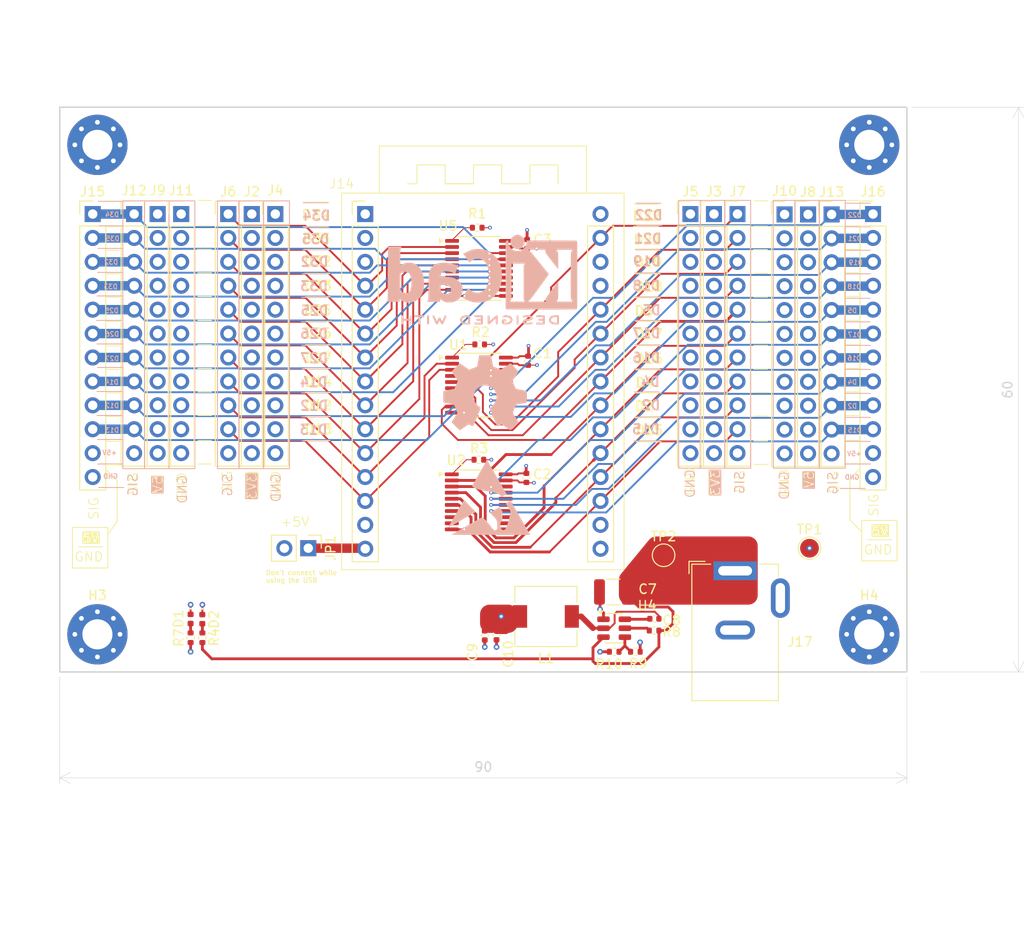
<source format=kicad_pcb>
(kicad_pcb (version 20241229) (generator "pcbnew") (generator_version "9.0")
  (layers (0 "F.Cu" signal) (4 "In1.Cu" power "GND.Cu") (6 "In2.Cu" power "+5V.Cu") (2 "B.Cu" signal) (13 "F.Paste" user) (15 "B.Paste" user) (5 "F.SilkS" user "F.Silkscreen") (7 "B.SilkS" user "B.Silkscreen") (1 "F.Mask" user) (3 "B.Mask" user) (25 "Edge.Cuts" user))
  (net 0 "")
  (net 1 "+5V")
  (net 2 "GND")
  (net 3 "+3V3")
  (net 4 "/Conector_3V3/D33")
  (net 5 "/Conector_3V3/D12")
  (net 6 "/Conector_3V3/D32")
  (net 7 "/Conector_3V3/D26")
  (net 8 "/Conector_3V3/D34")
  (net 9 "/Conector_3V3/D25")
  (net 10 "/Conector_3V3/D14")
  (net 11 "/Conector_3V3/D27")
  (net 12 "/Conector_3V3/D13")
  (net 13 "/Conector_3V3/D35")
  (net 14 "/Conector_3V3/D2")
  (net 15 "VCC")
  (net 16 "/Conector_3V3/D15")
  (net 17 "/Conector_3V3/D19")
  (net 18 "/Conector_3V3/D22")
  (net 19 "/Conector_3V3/D5")
  (net 20 "/Conector_3V3/D4")
  (net 21 "/Conector_3V3/D21")
  (net 22 "/Conector_3V3/D18")
  (net 23 "/Conector_3V3/D17")
  (net 24 "/Conector_3V3/D16")
  (net 25 "/Conector_5V/D26_5V")
  (net 26 "/Conector_5V/D14_5V")
  (net 27 "/Conector_5V/D32_5V")
  (net 28 "/Conector_5V/D34_5V")
  (net 29 "/Conector_5V/D33_5V")
  (net 30 "/Conector_5V/D25_5V")
  (net 31 "/Conector_5V/D35_5V")
  (net 32 "/Conector_5V/D27_5V")
  (net 33 "/Conector_5V/D12_5V")
  (net 34 "/Conector_5V/D18_5V")
  (net 35 "/Conector_5V/D21_5V")
  (net 36 "/Conector_5V/D19_5V")
  (net 37 "/Conector_5V/D13_5V")
  (net 38 "/Conector_5V/D5_5V")
  (net 39 "/Conector_5V/D22_5V")
  (net 40 "/Conector_5V/D15_5V")
  (net 41 "/Conector_5V/D17_5V")
  (net 42 "/Conector_5V/D4_5V")
  (net 43 "/Conector_5V/D2_5V")
  (net 44 "/Conector_5V/D16_5V")
  (net 45 "Net-(JP1-A)")
  (net 53 "Net-(D1-A)")
  (net 54 "Net-(U4-SW)")
  (net 55 "Net-(U4-VBST)")
  (net 56 "Net-(U4-EN)")
  (net 57 "Net-(U4-VFB)")
  (net 58 "Net-(U1-DIR)")
  (net 59 "Net-(U2-DIR)")
  (net 64 "Net-(D2-A)")
  (net 66 "Net-(U5-DIR)")
  (footprint "MountingHole:MountingHole_3.2mm_M3_Pad_Via" (layer "F.Cu") (at 144.85 35.65)
    (property "Reference" "H2" (hide yes))
    (property "Value" "MountingHole_Pad")
  )
  (footprint "Resistor_SMD:R_0402_1005Metric" (layer "F.Cu") (at 117.75 89.5 180)
    (property "Reference" "R10")
    (property "Value" "20k")
  )
  (footprint "Resistor_SMD:R_0402_1005Metric" (layer "F.Cu") (at 120 89.5 180)
    (property "Reference" "R9")
    (property "Value" "110k")
  )
  (footprint "LED_SMD:LED_0402_1005Metric" (layer "F.Cu") (at 73.991724 86.036587 -90)
    (property "Reference" "D2")
    (property "Value" "LED")
  )
  (footprint "Connector_BarrelJack:BarrelJack_GCT_DCJ200-10-A_Horizontal" (layer "F.Cu") (at 130.6 80.9)
    (property "Reference" "J17")
    (property "Value" "Barrel_Jack_MountingPin")
  )
  (footprint "MountingHole:MountingHole_3.2mm_M3_Pad_Via" (layer "F.Cu") (at 144.85 87.65)
    (property "Reference" "H4")
    (property "Value" "MountingHole_Pad")
  )
  (footprint "Connector_PinHeader_2.54mm:PinHeader_1x11_P2.54mm_Vertical" (layer "F.Cu") (at 130.85 43)
    (property "Reference" "J7")
    (property "Value" "Conn_01x11")
  )
  (footprint "Resistor_SMD:R_0402_1005Metric" (layer "F.Cu") (at 121.99 87.25)
    (property "Reference" "R8")
    (property "Value" "10k")
  )
  (footprint "Capacitor_SMD:C_0402_1005Metric" (layer "F.Cu") (at 108.5 46.18 -90)
    (property "Reference" "C3")
    (property "Value" "10nF")
  )
  (footprint "Resistor_SMD:R_0402_1005Metric" (layer "F.Cu") (at 103.46 56.85)
    (property "Reference" "R2")
    (property "Value" "0")
  )
  (footprint "Connector_PinHeader_2.54mm:PinHeader_1x11_P2.54mm_Vertical" (layer "F.Cu") (at 71.75 43)
    (property "Reference" "J11")
    (property "Value" "Conn_01x11")
  )
  (footprint "Package_SO:TSSOP-20_4.4x6.5mm_P0.65mm" (layer "F.Cu") (at 103.3875 48.775)
    (property "Reference" "U5")
    (property "Value" "SN74LVC245APW")
  )
  (footprint "Connector_PinHeader_2.54mm:PinHeader_1x11_P2.54mm_Vertical" (layer "F.Cu") (at 128.35 43)
    (property "Reference" "J3")
    (property "Value" "Conn_01x11")
  )
  (footprint "Resistor_SMD:R_0402_1005Metric" (layer "F.Cu") (at 74 88.01 90)
    (property "Reference" "R4")
    (property "Value" "10k")
  )
  (footprint "Package_SO:TSSOP-20_4.4x6.5mm_P0.65mm" (layer "F.Cu") (at 103.3875 61.175)
    (property "Reference" "U1")
    (property "Value" "SN74LVC245APW")
  )
  (footprint "Connector_PinHeader_2.54mm:PinHeader_1x12_P2.54mm_Vertical" (layer "F.Cu") (at 145.25 43)
    (property "Reference" "J16")
    (property "Value" "Screw_Terminal_01x11")
  )
  (footprint "Connector_PinHeader_2.54mm:PinHeader_1x11_P2.54mm_Vertical" (layer "F.Cu") (at 81.75 43)
    (property "Reference" "J4")
    (property "Value" "Conn_01x11")
  )
  (footprint "Resistor_SMD:R_0402_1005Metric" (layer "F.Cu") (at 72.75 88.01 90)
    (property "Reference" "R7")
    (property "Value" "10k")
  )
  (footprint "Capacitor_SMD:C_1210_3225Metric" (layer "F.Cu") (at 117.6625 83.15 180)
    (property "Reference" "C7")
    (property "Value" "10u")
  )
  (footprint "Connector_PinHeader_2.54mm:PinHeader_1x11_P2.54mm_Vertical" (layer "F.Cu") (at 135.85 43.04)
    (property "Reference" "J10")
    (property "Value" "Conn_01x11")
  )
  (footprint "Capacitor_SMD:C_0402_1005Metric" (layer "F.Cu") (at 108.6 58.58 -90)
    (property "Reference" "C1")
    (property "Value" "10nF")
  )
  (footprint "Capacitor_SMD:C_0402_1005Metric" (layer "F.Cu") (at 105.25 87.75 -90)
    (property "Reference" "C10")
    (property "Value" "10u")
  )
  (footprint "Resistor_SMD:R_0402_1005Metric" (layer "F.Cu") (at 103.375 69.1)
    (property "Reference" "R3")
    (property "Value" "0")
  )
  (footprint "Connector_PinHeader_2.54mm:PinHeader_1x12_P2.54mm_Vertical" (layer "F.Cu") (at 62.35 43)
    (property "Reference" "J15")
    (property "Value" "Screw_Terminal_01x11")
  )
  (footprint "Connector_PinHeader_2.54mm:PinHeader_1x11_P2.54mm_Vertical" (layer "F.Cu") (at 69.25 43)
    (property "Reference" "J9")
    (property "Value" "Conn_01x11")
  )
  (footprint "MountingHole:MountingHole_3.2mm_M3_Pad_Via" (layer "F.Cu") (at 62.85 35.65)
    (property "Reference" "H1" (hide yes))
    (property "Value" "MountingHole_Pad")
  )
  (footprint "LED_SMD:LED_0402_1005Metric" (layer "F.Cu") (at 72.75 86.015 -90)
    (property "Reference" "D1")
    (property "Value" "LED")
  )
  (footprint "Capacitor_SMD:C_0402_1005Metric" (layer "F.Cu") (at 122.02 86)
    (property "Reference" "C8")
    (property "Value" "100nF")
  )
  (footprint "Capacitor_SMD:C_0402_1005Metric" (layer "F.Cu") (at 108.425 71.03 -90)
    (property "Reference" "C2")
    (property "Value" "10nF")
  )
  (footprint "Connector_PinHeader_2.54mm:PinHeader_1x11_P2.54mm_Vertical" (layer "F.Cu") (at 140.85 43.04)
    (property "Reference" "J13")
    (property "Value" "Conn_01x11")
  )
  (footprint "Package_TO_SOT_SMD:SOT-23-6" (layer "F.Cu") (at 117.75 87)
    (property "Reference" "U4")
    (property "Value" "TPS563201")
  )
  (footprint "Connector_PinHeader_2.54mm:PinHeader_1x02_P2.54mm_Vertical" (layer "F.Cu") (at 85.25 78.5 -90)
    (property "Reference" "JP1")
    (property "Value" "Jumper_2_Open")
  )
  (footprint "Connector_PinHeader_2.54mm:PinHeader_1x11_P2.54mm_Vertical" (layer "F.Cu") (at 125.85 43)
    (property "Reference" "J5")
    (property "Value" "Conn_01x11")
  )
  (footprint "Resistor_SMD:R_0402_1005Metric" (layer "F.Cu") (at 103.2 44.45)
    (property "Reference" "R1")
    (property "Value" "0")
  )
  (footprint "Inductor_SMD:L_6.3x6.3_H3" (layer "F.Cu") (at 110.5 85.75 180)
    (property "Reference" "L1")
    (property "Value" "4,7uH")
  )
  (footprint "ESP32_5V:ESP32_dispositivo" (layer "F.Cu") (at 103.8 60.78)
    (property "Reference" "J14")
    (property "Value" "~")
  )
  (footprint "Package_SO:TSSOP-20_4.4x6.5mm_P0.65mm" (layer "F.Cu") (at 103.3625 73.575)
    (property "Reference" "U2")
    (property "Value" "SN74LVC245APW")
  )
  (footprint "Connector_PinHeader_2.54mm:PinHeader_1x11_P2.54mm_Vertical" (layer "F.Cu") (at 76.75 43)
    (property "Reference" "J6")
    (property "Value" "Conn_01x11")
  )
  (footprint "Connector_PinHeader_2.54mm:PinHeader_1x11_P2.54mm_Vertical" (layer "F.Cu") (at 79.25 43)
    (property "Reference" "J2")
    (property "Value" "Conn_01x11")
  )
  (footprint "TestPoint:TestPoint_Pad_D2.0mm" (layer "F.Cu") (at 138.5 78.5)
    (property "Reference" "TP1")
    (property "Value" "TestPoint")
  )
  (footprint "TestPoint:TestPoint_Pad_D2.0mm" (layer "F.Cu") (at 123 79.25)
    (property "Reference" "TP2")
    (property "Value" "TestPoint")
  )
  (footprint "Connector_PinHeader_2.54mm:PinHeader_1x11_P2.54mm_Vertical" (layer "F.Cu") (at 138.35 43.04)
    (property "Reference" "J8")
    (property "Value" "Conn_01x11")
  )
  (footprint "Connector_PinHeader_2.54mm:PinHeader_1x11_P2.54mm_Vertical" (layer "F.Cu") (at 66.75 43)
    (property "Reference" "J12")
    (property "Value" "Conn_01x11")
  )
  (footprint "MountingHole:MountingHole_3.2mm_M3_Pad_Via" (layer "F.Cu") (at 62.85 87.65)
    (property "Reference" "H3")
    (property "Value" "MountingHole_Pad")
  )
  (footprint "Capacitor_SMD:C_0402_1005Metric" (layer "F.Cu") (at 104 87.77 -90)
    (property "Reference" "C9")
    (property "Value" "10u")
  )
  (footprint "Symbol:ESD-Logo_8.9x8mm_SilkScreen" (layer "B.Cu") (at 104.45 73.1 180)
    (property "Reference" "REF**" (hide yes))
    (property "Value" "ESD-Logo_8.9x8mm_SilkScreen" (hide yes))
  )
  (footprint "Symbol:OSHW-Symbol_8.9x8mm_SilkScreen" (layer "B.Cu") (at 104.05 62 180)
    (property "Reference" "REF**" (hide yes))
    (property "Value" "OSHW-Symbol_8.9x8mm_SilkScreen" (hide yes))
  )
  (footprint "Symbol:KiCad-Logo2_8mm_SilkScreen" (layer "B.Cu") (at 103.7 49.15 180)
    (property "Reference" "REF**" (hide yes))
    (property "Value" "KiCad-Logo2_8mm_SilkScreen" (hide yes))
  )
  (gr_line (start 132.6 54.35) (end 134.05 54.35) (stroke (width 0.1)) (layer "F.SilkS"))
  (gr_line (start 63.75 57) (end 65.2 57) (stroke (width 0.1)) (layer "F.SilkS"))
  (gr_line (start 142.275 44.25) (end 143.725 44.25) (stroke (width 0.1)) (layer "F.SilkS"))
  (gr_line (start 60.65 76.3) (end 63.95 76.3) (stroke (width 0.1)) (layer "F.SilkS"))
  (gr_line (start 120.05 54.4) (end 122.7 54.4) (stroke (width 0.1)) (layer "F.SilkS"))
  (gr_line (start 144.05 75.55) (end 144.5 75.55) (stroke (width 0.1)) (layer "F.SilkS"))
  (gr_line (start 73.525 67.05) (end 74.975 67.05) (stroke (width 0.1)) (layer "F.SilkS"))
  (gr_line (start 132.6 69.6) (end 134.05 69.6) (stroke (width 0.1)) (layer "F.SilkS"))
  (gr_line (start 144.05 79.85) (end 144.05 75.55) (stroke (width 0.1)) (layer "F.SilkS"))
  (gr_line (start 132.575 44.3) (end 134.025 44.3) (stroke (width 0.1)) (layer "F.SilkS"))
  (gr_line (start 142.3 69.55) (end 143.75 69.55) (stroke (width 0.1)) (layer "F.SilkS"))
  (gr_line (start 120.05 62) (end 122.7 62) (stroke (width 0.1)) (layer "F.SilkS"))
  (gr_line (start 120 64.65) (end 122.65 64.65) (stroke (width 0.1)) (layer "F.SilkS"))
  (gr_line (start 84.95 56.9) (end 87.6 56.9) (stroke (width 0.1)) (layer "F.SilkS"))
  (gr_line (start 84.9 67.05) (end 87.55 67.05) (stroke (width 0.1)) (layer "F.SilkS"))
  (gr_line (start 64.95 75.65) (end 63.95 77.05) (stroke (width 0.1)) (layer "F.SilkS"))
  (gr_line (start 142.3 64.4) (end 143.75 64.4) (stroke (width 0.1)) (layer "F.SilkS"))
  (gr_line (start 63.675 46.85) (end 65.175 46.85) (stroke (width 0.1)) (layer "F.SilkS"))
  (gr_line (start 132.6 49.3) (end 134.05 49.3) (stroke (width 0.1)) (layer "F.SilkS"))
  (gr_line (start 142.3 49.25) (end 143.75 49.25) (stroke (width 0.1)) (layer "F.SilkS"))
  (gr_line (start 63.95 76.3) (end 63.95 80.6) (stroke (width 0.1)) (layer "F.SilkS"))
  (gr_line (start 73.525 59.4) (end 74.975 59.4) (stroke (width 0.1)) (layer "F.SilkS"))
  (gr_line (start 73.525 54.3) (end 74.975 54.3) (stroke (width 0.1)) (layer "F.SilkS"))
  (gr_line (start 63.75 41.65) (end 65.2 41.65) (stroke (width 0.1)) (layer "F.SilkS"))
  (gr_line (start 142.3 54.3) (end 143.75 54.3) (stroke (width 0.1)) (layer "F.SilkS"))
  (gr_line (start 84.7 44.35) (end 87.35 44.35) (stroke (width 0.1)) (layer "F.SilkS"))
  (gr_line (start 142.3 67.05) (end 143.75 67.05) (stroke (width 0.1)) (layer "F.SilkS"))
  (gr_line (start 73.525 51.75) (end 74.975 51.75) (stroke (width 0.1)) (layer "F.SilkS"))
  (gr_line (start 132.6 56.95) (end 134.05 56.95) (stroke (width 0.1)) (layer "F.SilkS"))
  (gr_line (start 142.3 51.75) (end 143.75 51.75) (stroke (width 0.1)) (layer "F.SilkS"))
  (gr_line (start 63.75 49.35) (end 65.2 49.35) (stroke (width 0.1)) (layer "F.SilkS"))
  (gr_line (start 84.9 59.4) (end 87.55 59.4) (stroke (width 0.1)) (layer "F.SilkS"))
  (gr_line (start 73.45 46.75) (end 74.95 46.75) (stroke (width 0.1)) (layer "F.SilkS"))
  (gr_line (start 63.75 67.15) (end 65.2 67.15) (stroke (width 0.1)) (layer "F.SilkS"))
  (gr_line (start 119.9 41.95) (end 122.55 41.95) (stroke (width 0.1)) (layer "F.SilkS"))
  (gr_line (start 120 57) (end 122.65 57) (stroke (width 0.1)) (layer "F.SilkS"))
  (gr_line (start 144.7 77.6) (end 147.25 77.6) (stroke (width 0.1)) (layer "F.SilkS"))
  (gr_line (start 132.6 67.1) (end 134.05 67.1) (stroke (width 0.1)) (layer "F.SilkS"))
  (gr_line (start 144.5 75.55) (end 147.8 75.55) (stroke (width 0.1)) (layer "F.SilkS"))
  (gr_line (start 120 49.35) (end 122.65 49.35) (stroke (width 0.1)) (layer "F.SilkS"))
  (gr_line (start 73.525 61.9) (end 74.975 61.9) (stroke (width 0.1)) (layer "F.SilkS"))
  (gr_line (start 84.8 41.75) (end 87.45 41.75) (stroke (width 0.1)) (layer "F.SilkS"))
  (gr_line (start 84.95 61.95) (end 87.6 61.95) (stroke (width 0.1)) (layer "F.SilkS"))
  (gr_line (start 119.95 46.85) (end 122.6 46.85) (stroke (width 0.1)) (layer "F.SilkS"))
  (gr_line (start 84.9 49.3) (end 87.55 49.3) (stroke (width 0.1)) (layer "F.SilkS"))
  (gr_line (start 63.75 51.85) (end 65.2 51.85) (stroke (width 0.1)) (layer "F.SilkS"))
  (gr_line (start 60.2 76.3) (end 60.65 76.3) (stroke (width 0.1)) (layer "F.SilkS"))
  (gr_line (start 73.525 56.9) (end 74.975 56.9) (stroke (width 0.1)) (layer "F.SilkS"))
  (gr_line (start 63.75 54.4) (end 65.2 54.4) (stroke (width 0.1)) (layer "F.SilkS"))
  (gr_line (start 73.525 64.4) (end 74.975 64.4) (stroke (width 0.1)) (layer "F.SilkS"))
  (gr_line (start 142.8 75.5) (end 144 76.7) (stroke (width 0.1)) (layer "F.SilkS"))
  (gr_line (start 73.525 69.55) (end 74.975 69.55) (stroke (width 0.1)) (layer "F.SilkS"))
  (gr_line (start 63.75 69.65) (end 65.2 69.65) (stroke (width 0.1)) (layer "F.SilkS"))
  (gr_line (start 142.3 56.9) (end 143.75 56.9) (stroke (width 0.1)) (layer "F.SilkS"))
  (gr_line (start 60.85 78.35) (end 63.4 78.35) (stroke (width 0.1)) (layer "F.SilkS"))
  (gr_line (start 120.05 59.55) (end 122.7 59.55) (stroke (width 0.1)) (layer "F.SilkS"))
  (gr_line (start 73.5 44.25) (end 74.95 44.25) (stroke (width 0.1)) (layer "F.SilkS"))
  (gr_line (start 142.3 59.4) (end 143.75 59.4) (stroke (width 0.1)) (layer "F.SilkS"))
  (gr_line (start 84.95 64.5) (end 87.6 64.5) (stroke (width 0.1)) (layer "F.SilkS"))
  (gr_line (start 120 51.9) (end 122.65 51.9) (stroke (width 0.1)) (layer "F.SilkS"))
  (gr_line (start 73.525 41.55) (end 74.975 41.55) (stroke (width 0.1)) (layer "F.SilkS"))
  (gr_line (start 147.8 75.55) (end 147.8 79.85) (stroke (width 0.1)) (layer "F.SilkS"))
  (gr_line (start 132.6 41.6) (end 134.05 41.6) (stroke (width 0.1)) (layer "F.SilkS"))
  (gr_line (start 84.85 46.75) (end 87.5 46.75) (stroke (width 0.1)) (layer "F.SilkS"))
  (gr_line (start 142.3 61.9) (end 143.75 61.9) (stroke (width 0.1)) (layer "F.SilkS"))
  (gr_line (start 60.2 80.6) (end 60.2 76.3) (stroke (width 0.1)) (layer "F.SilkS"))
  (gr_line (start 142.225 46.75) (end 143.725 46.75) (stroke (width 0.1)) (layer "F.SilkS"))
  (gr_line (start 132.6 59.45) (end 134.05 59.45) (stroke (width 0.1)) (layer "F.SilkS"))
  (gr_line (start 85 54.4) (end 87.65 54.4) (stroke (width 0.1)) (layer "F.SilkS"))
  (gr_line (start 132.525 46.8) (end 134.025 46.8) (stroke (width 0.1)) (layer "F.SilkS"))
  (gr_line (start 143.87 69.99625) (end 142.8 71.2) (stroke (width 0.1)) (layer "F.SilkS"))
  (gr_line (start 64.95 75.65) (end 64.95 71.35) (stroke (width 0.1)) (layer "F.SilkS"))
  (gr_line (start 142.3 41.55) (end 143.75 41.55) (stroke (width 0.1)) (layer "F.SilkS"))
  (gr_line (start 63.95 80.6) (end 60.2 80.6) (stroke (width 0.1)) (layer "F.SilkS"))
  (gr_line (start 132.6 51.8) (end 134.05 51.8) (stroke (width 0.1)) (layer "F.SilkS"))
  (gr_line (start 142.8 71.2) (end 142.8 75.5) (stroke (width 0.1)) (layer "F.SilkS"))
  (gr_line (start 63.75 64.5) (end 65.2 64.5) (stroke (width 0.1)) (layer "F.SilkS"))
  (gr_line (start 132.6 64.45) (end 134.05 64.45) (stroke (width 0.1)) (layer "F.SilkS"))
  (gr_line (start 63.725 44.35) (end 65.175 44.35) (stroke (width 0.1)) (layer "F.SilkS"))
  (gr_line (start 119.8 44.3) (end 122.45 44.3) (stroke (width 0.1)) (layer "F.SilkS"))
  (gr_line (start 147.8 79.85) (end 144.05 79.85) (stroke (width 0.1)) (layer "F.SilkS"))
  (gr_line (start 64.95 71.35) (end 63.75 70.15) (stroke (width 0.1)) (layer "F.SilkS"))
  (gr_line (start 120.1 67.2) (end 122.75 67.2) (stroke (width 0.1)) (layer "F.SilkS"))
  (gr_line (start 84.95 51.8) (end 87.6 51.8) (stroke (width 0.1)) (layer "F.SilkS"))
  (gr_line (start 63.75 62) (end 65.2 62) (stroke (width 0.1)) (layer "F.SilkS"))
  (gr_line (start 63.75 59.5) (end 65.2 59.5) (stroke (width 0.1)) (layer "F.SilkS"))
  (gr_line (start 132.6 61.95) (end 134.05 61.95) (stroke (width 0.1)) (layer "F.SilkS"))
  (gr_line (start 73.525 49.25) (end 74.975 49.25) (stroke (width 0.1)) (layer "F.SilkS"))
  (gr_line (start 65.45 51.7) (end 62.8 51.7) (stroke (width 0.1)) (layer "B.SilkS"))
  (gr_line (start 87.204762 51.85) (end 84.554762 51.85) (stroke (width 0.1)) (layer "B.SilkS"))
  (gr_line (start 144.975 69.55) (end 142.325 69.55) (stroke (width 0.1)) (layer "B.SilkS"))
  (gr_line (start 87.204762 56.95) (end 84.554762 56.95) (stroke (width 0.1)) (layer "B.SilkS"))
  (gr_line (start 122.654762 46.75) (end 120.004762 46.75) (stroke (width 0.1)) (layer "B.SilkS"))
  (gr_line (start 122.704762 41.85) (end 120.054762 41.85) (stroke (width 0.1)) (layer "B.SilkS"))
  (gr_line (start 144.975 67.15) (end 142.325 67.15) (stroke (width 0.1)) (layer "B.SilkS"))
  (gr_line (start 87.154762 54.45) (end 84.504762 54.45) (stroke (width 0.1)) (layer "B.SilkS"))
  (gr_line (start 122.554762 54.3) (end 119.904762 54.3) (stroke (width 0.1)) (layer "B.SilkS"))
  (gr_rect (start 136.95 41.55) (end 139.55 70) (stroke (width 0.1)) (fill no) (layer "B.SilkS"))
  (gr_line (start 144.975 51.95) (end 142.325 51.95) (stroke (width 0.1)) (layer "B.SilkS"))
  (gr_line (start 65.55 44.25) (end 63.05 44.25) (stroke (width 0.1)) (layer "B.SilkS"))
  (gr_line (start 87.254762 49.35) (end 84.604762 49.35) (stroke (width 0.1)) (layer "B.SilkS"))
  (gr_rect (start 67.85 41.6) (end 70.45 70.05) (stroke (width 0.1)) (fill no) (layer "B.SilkS"))
  (gr_line (start 122.554762 61.9) (end 119.904762 61.9) (stroke (width 0.1)) (layer "B.SilkS"))
  (gr_line (start 122.504762 67.1) (end 119.854762 67.1) (stroke (width 0.1)) (layer "B.SilkS"))
  (gr_rect (start 75.6 41.6) (end 77.9 70.05) (stroke (width 0.1)) (fill no) (layer "B.SilkS"))
  (gr_rect (start 65.55 41.6) (end 67.85 70.05) (stroke (width 0.1)) (fill no) (layer "B.SilkS"))
  (gr_line (start 65.4 54.3) (end 62.75 54.3) (stroke (width 0.1)) (layer "B.SilkS"))
  (gr_line (start 122.604762 51.8) (end 119.954762 51.8) (stroke (width 0.1)) (layer "B.SilkS"))
  (gr_rect (start 77.9 41.6) (end 80.5 70.05) (stroke (width 0.1)) (fill no) (layer "B.SilkS"))
  (gr_line (start 144.95 41.85) (end 142.3 41.85) (stroke (width 0.1)) (layer "B.SilkS"))
  (gr_rect (start 80.5 41.6) (end 83.25 70.05) (stroke (width 0.1)) (fill no) (layer "B.SilkS"))
  (gr_line (start 65.45 64.4) (end 62.8 64.4) (stroke (width 0.1)) (layer "B.SilkS"))
  (gr_line (start 144.975 46.85) (end 142.325 46.85) (stroke (width 0.1)) (layer "B.SilkS"))
  (gr_line (start 144.975 56.95) (end 142.325 56.95) (stroke (width 0.1)) (layer "B.SilkS"))
  (gr_line (start 87.454762 44.4) (end 84.804762 44.4) (stroke (width 0.1)) (layer "B.SilkS"))
  (gr_line (start 65.5 59.3) (end 62.85 59.3) (stroke (width 0.1)) (layer "B.SilkS"))
  (gr_line (start 87.204762 64.55) (end 84.554762 64.55) (stroke (width 0.1)) (layer "B.SilkS"))
  (gr_line (start 65.5 49.2) (end 62.85 49.2) (stroke (width 0.1)) (layer "B.SilkS"))
  (gr_rect (start 126.9 41.55) (end 129.5 70) (stroke (width 0.1)) (fill no) (layer "B.SilkS"))
  (gr_line (start 144.975 44.35) (end 142.325 44.35) (stroke (width 0.1)) (layer "B.SilkS"))
  (gr_line (start 87.254762 59.45) (end 84.604762 59.45) (stroke (width 0.1)) (layer "B.SilkS"))
  (gr_rect (start 139.55 41.55) (end 142.3 70) (stroke (width 0.1)) (fill no) (layer "B.SilkS"))
  (gr_rect (start 124.6 41.55) (end 126.9 70) (stroke (width 0.1)) (fill no) (layer "B.SilkS"))
  (gr_line (start 144.975 62.05) (end 142.325 62.05) (stroke (width 0.1)) (layer "B.SilkS"))
  (gr_line (start 87.204762 62) (end 84.554762 62) (stroke (width 0.1)) (layer "B.SilkS"))
  (gr_line (start 122.554762 59.45) (end 119.904762 59.45) (stroke (width 0.1)) (layer "B.SilkS"))
  (gr_line (start 122.604762 56.9) (end 119.954762 56.9) (stroke (width 0.1)) (layer "B.SilkS"))
  (gr_line (start 144.425 72.15) (end 141.775 72.15) (stroke (width 0.1)) (layer "B.SilkS"))
  (gr_line (start 144.95 54.45) (end 142.3 54.45) (stroke (width 0.1)) (layer "B.SilkS"))
  (gr_line (start 87.304762 46.8) (end 84.654762 46.8) (stroke (width 0.1)) (layer "B.SilkS"))
  (gr_line (start 65.6 41.65) (end 62.95 41.65) (stroke (width 0.1)) (layer "B.SilkS"))
  (gr_line (start 65.45 56.8) (end 62.8 56.8) (stroke (width 0.1)) (layer "B.SilkS"))
  (gr_rect (start 70.45 41.6) (end 73.2 70.05) (stroke (width 0.1)) (fill no) (layer "B.SilkS"))
  (gr_line (start 65.5 66.95) (end 62.85 66.95) (stroke (width 0.1)) (layer "B.SilkS"))
  (gr_line (start 65.65 72.05) (end 63 72.05) (stroke (width 0.1)) (layer "B.SilkS"))
  (gr_rect (start 134.65 41.55) (end 136.95 70) (stroke (width 0.1)) (fill no) (layer "B.SilkS"))
  (gr_line (start 122.804762 44.2) (end 120.154762 44.2) (stroke (width 0.1)) (layer "B.SilkS"))
  (gr_line (start 65.45 61.85) (end 62.8 61.85) (stroke (width 0.1)) (layer "B.SilkS"))
  (gr_line (start 144.975 49.35) (end 142.325 49.35) (stroke (width 0.1)) (layer "B.SilkS"))
  (gr_rect (start 129.5 41.55) (end 132.25 70) (stroke (width 0.1)) (fill no) (layer "B.SilkS"))
  (gr_line (start 87.254762 67.1) (end 84.604762 67.1) (stroke (width 0.1)) (layer "B.SilkS"))
  (gr_line (start 87.354762 41.8) (end 84.704762 41.8) (stroke (width 0.1)) (layer "B.SilkS"))
  (gr_line (start 144.975 59.5) (end 142.325 59.5) (stroke (width 0.1)) (layer "B.SilkS"))
  (gr_line (start 65.525 69.55) (end 62.875 69.55) (stroke (width 0.1)) (layer "B.SilkS"))
  (gr_line (start 122.604762 64.55) (end 119.954762 64.55) (stroke (width 0.1)) (layer "B.SilkS"))
  (gr_line (start 65.55 46.65) (end 62.9 46.65) (stroke (width 0.1)) (layer "B.SilkS"))
  (gr_line (start 144.975 64.6) (end 142.325 64.6) (stroke (width 0.1)) (layer "B.SilkS"))
  (gr_line (start 122.604762 49.25) (end 119.954762 49.25) (stroke (width 0.1)) (layer "B.SilkS"))
  (gr_rect (start 58.85 31.65) (end 148.85 91.65) (stroke (width 0.15)) (fill no) (layer "Edge.Cuts"))
  (gr_text "D2" (at 119.85 64 0) (layer "F.SilkS") (effects (font (size 1 1) (thickness 0.2) (bold yes)) (justify left bottom)))
  (gr_text "GND\n" (at 136.45 73.2 90) (layer "F.SilkS") (effects (font (size 1 1) (thickness 0.1)) (justify left bottom)))
  (gr_text "D34" (at 84.45 43.7 0) (layer "F.SilkS") (effects (font (size 1 1) (thickness 0.2) (bold yes)) (justify left bottom)))
  (gr_text "3V3" (at 79.95 73.2 90) (layer "F.SilkS" knockout) (effects (font (size 1 1) (thickness 0.1)) (justify left bottom)))
  (gr_text "5V" (at 139 72.25 90) (layer "F.SilkS" knockout) (effects (font (size 1 1) (thickness 0.1)) (justify left bottom)))
  (gr_text "D19" (at 119.8 48.7 0) (layer "F.SilkS") (effects (font (size 1 1) (thickness 0.2) (bold yes)) (justify left bottom)))
  (gr_text "+5V" (at 82.25 76.3 0) (layer "F.SilkS") (effects (font (size 1 1) (thickness 0.1)) (justify left bottom)))
  (gr_text "5V" (at 61.15 78 0) (layer "F.SilkS" knockout) (effects (font (size 1 1) (thickness 0.1)) (justify left bottom)))
  (gr_text "GND\n" (at 82.4 73.4 90) (layer "F.SilkS") (effects (font (size 1 1) (thickness 0.1)) (justify left bottom)))
  (gr_text "D25" (at 84.65 53.8 0) (layer "F.SilkS") (effects (font (size 1 1) (thickness 0.2) (bold yes)) (justify left bottom)))
  (gr_text "SIG" (at 77.221 72.75 90) (layer "F.SilkS") (effects (font (size 1 1) (thickness 0.1)) (justify left bottom)))
  (gr_text "SIG" (at 67.25 72.9 90) (layer "F.SilkS") (effects (font (size 1 1) (thickness 0.1)) (justify left bottom)))
  (gr_text "D26" (at 84.7 56.25 0) (layer "F.SilkS") (effects (font (size 1 1) (thickness 0.2) (bold yes)) (justify left bottom)))
  (gr_text "D27" (at 84.7 58.85 0) (layer "F.SilkS") (effects (font (size 1 1) (thickness 0.2) (bold yes)) (justify left bottom)))
  (gr_text "D5" (at 119.8 53.9 0) (layer "F.SilkS") (effects (font (size 1 1) (thickness 0.2) (bold yes)) (justify left bottom)))
  (gr_text "5V" (at 145 77.25 0) (layer "F.SilkS" knockout) (effects (font (size 1 1) (thickness 0.1)) (justify left bottom)))
  (gr_text "D22" (at 119.6 43.8 0) (layer "F.SilkS") (effects (font (size 1 1) (thickness 0.2) (bold yes)) (justify left bottom)))
  (gr_text "Don't connect while \nusing the USB" (at 80.7 82.2 0) (layer "F.SilkS") (effects (font (size 0.5 0.5) (thickness 0.1)) (justify left bottom)))
  (gr_text "D18" (at 119.85 51.3 0) (layer "F.SilkS") (effects (font (size 1 1) (thickness 0.2) (bold yes)) (justify left bottom)))
  (gr_text "D16" (at 119.85 58.95 0) (layer "F.SilkS") (effects (font (size 1 1) (thickness 0.2) (bold yes)) (justify left bottom)))
  (gr_text "GND\n" (at 60.35 80 0) (layer "F.SilkS") (effects (font (size 1 1) (thickness 0.1)) (justify left bottom)))
  (gr_text "GND\n" (at 126.4 73 90) (layer "F.SilkS") (effects (font (size 1 1) (thickness 0.1)) (justify left bottom)))
  (gr_text "D33" (at 84.7 51.2 0) (layer "F.SilkS") (effects (font (size 1 1) (thickness 0.2) (bold yes)) (justify left bottom)))
  (gr_text "D32" (at 84.65 48.6 0) (layer "F.SilkS") (effects (font (size 1 1) (thickness 0.2) (bold yes)) (justify left bottom)))
  (gr_text "D14" (at 84.75 61.4 0) (layer "F.SilkS") (effects (font (size 1 1) (thickness 0.2) (bold yes)) (justify left bottom)))
  (gr_text "D13" (at 84.75 66.45 0) (layer "F.SilkS") (effects (font (size 1 1) (thickness 0.2) (bold yes)) (justify left bottom)))
  (gr_text "D15" (at 119.9 66.55 0) (layer "F.SilkS") (effects (font (size 1 1) (thickness 0.2) (bold yes)) (justify left bottom)))
  (gr_text "3V3" (at 129.05 72.95 90) (layer "F.SilkS" knockout) (effects (font (size 1 1) (thickness 0.1)) (justify left bottom)))
  (gr_text "D35" (at 84.55 46.2 0) (layer "F.SilkS") (effects (font (size 1 1) (thickness 0.2) (bold yes)) (justify left bottom)))
  (gr_text "D17" (at 119.85 56.35 0) (layer "F.SilkS") (effects (font (size 1 1) (thickness 0.2) (bold yes)) (justify left bottom)))
  (gr_text "5V" (at 69.85 72.7 90) (layer "F.SilkS" knockout) (effects (font (size 1 1) (thickness 0.1)) (justify left bottom)))
  (gr_text "GND\n" (at 72.4 73.55 90) (layer "F.SilkS") (effects (font (size 1 1) (thickness 0.1)) (justify left bottom)))
  (gr_text "SIG" (at 63.05 75.55 90) (layer "F.SilkS") (effects (font (size 1 1) (thickness 0.1)) (justify left bottom)))
  (gr_text "D4" (at 119.9 61.5 0) (layer "F.SilkS") (effects (font (size 1 1) (thickness 0.2) (bold yes)) (justify left bottom)))
  (gr_text "D21" (at 119.7 46.3 0) (layer "F.SilkS") (effects (font (size 1 1) (thickness 0.2) (bold yes)) (justify left bottom)))
  (gr_text "GND\n" (at 144.2 79.25 0) (layer "F.SilkS") (effects (font (size 1 1) (thickness 0.1)) (justify left bottom)))
  (gr_text "SIG" (at 141.7 72.75 90) (layer "F.SilkS") (effects (font (size 1 1) (thickness 0.1)) (justify left bottom)))
  (gr_text "SIG" (at 145.9 75.2 90) (layer "F.SilkS") (effects (font (size 1 1) (thickness 0.1)) (justify left bottom)))
  (gr_text "SIG" (at 131.7 72.7 90) (layer "F.SilkS") (effects (font (size 1 1) (thickness 0.1)) (justify left bottom)))
  (gr_text "D12" (at 84.7 63.9 0) (layer "F.SilkS") (effects (font (size 1 1) (thickness 0.2) (bold yes)) (justify left bottom)))
  (gr_text "+5V" (at 144.1 68.75 0) (layer "B.SilkS") (effects (font (size 0.5 0.5) (thickness 0.1) (bold yes)) (justify left bottom mirror)))
  (gr_text "D34" (at 65.2 43.35 0) (layer "B.SilkS") (effects (font (size 0.5 0.5) (thickness 0.1) (bold yes)) (justify left bottom mirror)))
  (gr_text "GND" (at 143.85 71.25 0) (layer "B.SilkS") (effects (font (size 0.5 0.5) (thickness 0.1) (bold yes)) (justify left bottom mirror)))
  (gr_text "D34" (at 87.704762 43.75 -0) (layer "B.SilkS") (effects (font (size 1 1) (thickness 0.2) (bold yes)) (justify left bottom mirror)))
  (gr_text "D32" (at 65.1 48.4 0) (layer "B.SilkS") (effects (font (size 0.5 0.5) (thickness 0.1) (bold yes)) (justify left bottom mirror)))
  (gr_text "D12" (at 87.454762 63.95 -0) (layer "B.SilkS") (effects (font (size 1 1) (thickness 0.2) (bold yes)) (justify left bottom mirror)))
  (gr_text "D15" (at 122.704762 66.45 -0) (layer "B.SilkS") (effects (font (size 1 1) (thickness 0.2) (bold yes)) (justify left bottom mirror)))
  (gr_text "D21" (at 144.1 45.9 0) (layer "B.SilkS") (effects (font (size 0.5 0.5) (thickness 0.1) (bold yes)) (justify left bottom mirror)))
  (gr_text "D19" (at 122.804762 48.6 -0) (layer "B.SilkS") (effects (font (size 1 1) (thickness 0.2) (bold yes)) (justify left bottom mirror)))
  (gr_text "D33" (at 65.05 51 0) (layer "B.SilkS") (effects (font (size 0.5 0.5) (thickness 0.1) (bold yes)) (justify left bottom mirror)))
  (gr_text "D21" (at 122.904762 46.2 -0) (layer "B.SilkS") (effects (font (size 1 1) (thickness 0.2) (bold yes)) (justify left bottom mirror)))
  (gr_text "D22" (at 123.004762 43.7 -0) (layer "B.SilkS") (effects (font (size 1 1) (thickness 0.2) (bold yes)) (justify left bottom mirror)))
  (gr_text "GND\n" (at 82.4 70.5 90) (layer "B.SilkS") (effects (font (size 1 1) (thickness 0.1)) (justify left bottom mirror)))
  (gr_text "5V" (at 139.05 70.25 90) (layer "B.SilkS" knockout) (effects (font (size 1 1) (thickness 0.1)) (justify left bottom mirror)))
  (gr_text "D4" (at 122.704762 61.4 -0) (layer "B.SilkS") (effects (font (size 1 1) (thickness 0.2) (bold yes)) (justify left bottom mirror)))
  (gr_text "D19" (at 144.2 48.45 0) (layer "B.SilkS") (effects (font (size 0.5 0.5) (thickness 0.1) (bold yes)) (justify left bottom mirror)))
  (gr_text "GND\n" (at 126.4 70.05 90) (layer "B.SilkS") (effects (font (size 1 1) (thickness 0.1)) (justify left bottom mirror)))
  (gr_text "D18" (at 144.05 51 0) (layer "B.SilkS") (effects (font (size 0.5 0.5) (thickness 0.1) (bold yes)) (justify left bottom mirror)))
  (gr_text "D18" (at 122.754762 51.2 -0) (layer "B.SilkS") (effects (font (size 1 1) (thickness 0.2) (bold yes)) (justify left bottom mirror)))
  (gr_text "D25" (at 87.504762 53.85 -0) (layer "B.SilkS") (effects (font (size 1 1) (thickness 0.2) (bold yes)) (justify left bottom mirror)))
  (gr_text "3V3" (at 129.1 70.1 90) (layer "B.SilkS" knockout) (effects (font (size 1 1) (thickness 0.1)) (justify left bottom mirror)))
  (gr_text "D14" (at 65.15 61.15 0) (layer "B.SilkS") (effects (font (size 0.5 0.5) (thickness 0.1) (bold yes)) (justify left bottom mirror)))
  (gr_text "SIG" (at 77.25 70.5 90) (layer "B.SilkS") (effects (font (size 1 1) (thickness 0.1)) (justify left bottom mirror)))
  (gr_text "D16" (at 122.754762 58.85 -0) (layer "B.SilkS") (effects (font (size 1 1) (thickness 0.2) (bold yes)) (justify left bottom mirror)))
  (gr_text "SIG" (at 67.2 70.5 90) (layer "B.SilkS") (effects (font (size 1 1) (thickness 0.1)) (justify left bottom mirror)))
  (gr_text "D4" (at 143.6 61.15 0) (layer "B.SilkS") (effects (font (size 0.5 0.5) (thickness 0.1) (bold yes)) (justify left bottom mirror)))
  (gr_text "D33" (at 87.454762 51.25 -0) (layer "B.SilkS") (effects (font (size 1 1) (thickness 0.2) (bold yes)) (justify left bottom mirror)))
  (gr_text "D13" (at 65.2 66.25 0) (layer "B.SilkS") (effects (font (size 0.5 0.5) (thickness 0.1) (bold yes)) (justify left bottom mirror)))
  (gr_text "GND\n" (at 136.4 70.25 90) (layer "B.SilkS") (effects (font (size 1 1) (thickness 0.1)) (justify left bottom mirror)))
  (gr_text "D35" (at 65.25 45.9 0) (layer "B.SilkS") (effects (font (size 0.5 0.5) (thickness 0.1) (bold yes)) (justify left bottom mirror)))
  (gr_text "D25" (at 65.15 53.55 0) (layer "B.SilkS") (effects (font (size 0.5 0.5) (thickness 0.1) (bold yes)) (justify left bottom mirror)))
  (gr_text "GND\n" (at 72.45 70.65 90) (layer "B.SilkS") (effects (font (size 1 1) (thickness 0.1)) (justify left bottom mirror)))
  (gr_text "D32" (at 87.504762 48.65 -0) (layer "B.SilkS") (effects (font (size 1 1) (thickness 0.2) (bold yes)) (justify left bottom mirror)))
  (gr_text "D16" (at 144.05 58.6 0) (layer "B.SilkS") (effects (font (size 0.5 0.5) (thickness 0.1) (bold yes)) (justify left bottom mirror)))
  (gr_text "D13" (at 87.404762 66.5 -0) (layer "B.SilkS") (effects (font (size 1 1) (thickness 0.2) (bold yes)) (justify left bottom mirror)))
  (gr_text "D27" (at 65.2 58.65 0) (layer "B.SilkS") (effects (font (size 0.5 0.5) (thickness 0.1) (bold yes)) (justify left bottom mirror)))
  (gr_text "GND" (at 65.075 71.15 0) (layer "B.SilkS") (effects (font (size 0.5 0.5) (thickness 0.1) (bold yes)) (justify left bottom mirror)))
  (gr_text "D17" (at 122.754762 56.25 -0) (layer "B.SilkS") (effects (font (size 1 1) (thickness 0.2) (bold yes)) (justify left bottom mirror)))
  (gr_text "D26" (at 87.454762 56.3 -0) (layer "B.SilkS") (effects (font (size 1 1) (thickness 0.2) (bold yes)) (justify left bottom mirror)))
  (gr_text "D2" (at 143.6 63.7 0) (layer "B.SilkS") (effects (font (size 0.5 0.5) (thickness 0.1) (bold yes)) (justify left bottom mirror)))
  (gr_text "3V3" (at 79.85 70.5 90) (layer "B.SilkS" knockout) (effects (font (size 1 1) (thickness 0.1)) (justify left bottom mirror)))
  (gr_text "5V" (at 69.85 70.75 90) (layer "B.SilkS" knockout) (effects (font (size 1 1) (thickness 0.1)) (justify left bottom mirror)))
  (gr_text "D26" (at 65.2 56.05 0) (layer "B.SilkS") (effects (font (size 0.5 0.5) (thickness 0.1) (bold yes)) (justify left bottom mirror)))
  (gr_text "SIG" (at 131.65 70.25 90) (layer "B.SilkS") (effects (font (size 1 1) (thickness 0.1)) (justify left bottom mirror)))
  (gr_text "D2" (at 122.754762 63.9 -0) (layer "B.SilkS") (effects (font (size 1 1) (thickness 0.2) (bold yes)) (justify left bottom mirror)))
  (gr_text "D12" (at 65.2 63.65 0) (layer "B.SilkS") (effects (font (size 0.5 0.5) (thickness 0.1) (bold yes)) (justify left bottom mirror)))
  (gr_text "D22" (at 144.1 43.4 0) (layer "B.SilkS") (effects (font (size 0.5 0.5) (thickness 0.1) (bold yes)) (justify left bottom mirror)))
  (gr_text "D15" (at 144.1 66.25 0) (layer "B.SilkS") (effects (font (size 0.5 0.5) (thickness 0.1) (bold yes)) (justify left bottom mirror)))
  (gr_text "+5V" (at 64.975 68.65 0) (layer "B.SilkS") (effects (font (size 0.5 0.5) (thickness 0.1) (bold yes)) (justify left bottom mirror)))
  (gr_text "D27" (at 87.454762 58.9 -0) (layer "B.SilkS") (effects (font (size 1 1) (thickness 0.2) (bold yes)) (justify left bottom mirror)))
  (gr_text "D5" (at 122.804762 53.8 -0) (layer "B.SilkS") (effects (font (size 1 1) (thickness 0.2) (bold yes)) (justify left bottom mirror)))
  (gr_text "D35" (at 87.604762 46.25 -0) (layer "B.SilkS") (effects (font (size 1 1) (thickness 0.2) (bold yes)) (justify left bottom mirror)))
  (gr_text "D5" (at 143.6 53.55 0) (layer "B.SilkS") (effects (font (size 0.5 0.5) (thickness 0.1) (bold yes)) (justify left bottom mirror)))
  (gr_text "SIG" (at 141.55 70.3 90) (layer "B.SilkS") (effects (font (size 1 1) (thickness 0.1)) (justify left bottom mirror)))
  (gr_text "D14" (at 87.404762 61.45 -0) (layer "B.SilkS") (effects (font (size 1 1) (thickness 0.2) (bold yes)) (justify left bottom mirror)))
  (gr_text "D17" (at 144.1 56.1 0) (layer "B.SilkS") (effects (font (size 0.5 0.5) (thickness 0.1) (bold yes)) (justify left bottom mirror)))
  (dimension (type orthogonal) (layer "Edge.Cuts") (pts (xy 148.85 31.65) (xy 149.7 91.65)) (height 11.85) (orientation 1) (format (prefix "") (suffix "") (units 3) (units_format 0) (precision 4) (suppress_zeroes yes)) (style (thickness 0.05) (arrow_length 1.27) (text_position_mode 0) (arrow_direction outward) (extension_height 0.58642) (extension_offset 0.5) (keep_text_aligned yes)) (gr_text "60" (at 159.55 61.65 90) (layer "Edge.Cuts") (effects (font (size 1 1) (thickness 0.15)))))
  (dimension (type orthogonal) (layer "Edge.Cuts") (pts (xy 148.85 91.65) (xy 58.85 91.65)) (height 11.25) (orientation 0) (format (prefix "") (suffix "") (units 3) (units_format 0) (precision 4) (suppress_zeroes yes)) (style (thickness 0.05) (arrow_length 1.27) (text_position_mode 0) (arrow_direction outward) (extension_height 0.58642) (extension_offset 0.5) (keep_text_aligned yes)) (gr_text "90" (at 103.85 101.75 0) (layer "Edge.Cuts") (effects (font (size 1 1) (thickness 0.15)))))
  (segment (start 108.5 44.7) (end 108.5 45.7) (width 0.3) (layer "F.Cu") (net 1))
  (segment (start 120.51 88.51) (end 120.5 88.5) (width 0.3) (layer "F.Cu") (net 1))
  (segment (start 105.23 87.29) (end 105.25 87.27) (width 0.3) (layer "F.Cu") (net 1))
  (segment (start 107.55 58.25) (end 107.7 58.1) (width 0.2) (layer "F.Cu") (net 1))
  (segment (start 108.5 45.7) (end 107.75 45.7) (width 0.2) (layer "F.Cu") (net 1))
  (segment (start 107.475 70.65) (end 107.575 70.55) (width 0.2) (layer "F.Cu") (net 1))
  (segment (start 120.51 89.5) (end 120.51 88.51) (width 0.3) (layer "F.Cu") (net 1))
  (segment (start 108.4 69.75) (end 108.4 70.525) (width 0.3) (layer "F.Cu") (net 1))
  (segment (start 104.9 56.85) (end 103.97 56.85) (width 0.1) (layer "F.Cu") (net 1))
  (segment (start 107.6 45.85) (end 106.25 45.85) (width 0.2) (layer "F.Cu") (net 1))
  (segment (start 106.23 87.27) (end 107.75 85.75) (width 0.7) (layer "F.Cu") (net 1))
  (segment (start 108.65 58.05) (end 108.6 58.1) (width 0.3) (layer "F.Cu") (net 1))
  (segment (start 72.75 89.5) (end 72.75 88.52) (width 0.3) (layer "F.Cu") (net 1))
  (segment (start 106.225 70.65) (end 107.475 70.65) (width 0.2) (layer "F.Cu") (net 1))
  (segment (start 104 87.29) (end 105.23 87.29) (width 0.3) (layer "F.Cu") (net 1))
  (segment (start 106.25 58.25) (end 107.55 58.25) (width 0.2) (layer "F.Cu") (net 1))
  (segment (start 107.575 70.55) (end 108.425 70.55) (width 0.2) (layer "F.Cu") (net 1))
  (segment (start 107.75 45.7) (end 107.6 45.85) (width 0.2) (layer "F.Cu") (net 1))
  (segment (start 105.25 87.27) (end 106.23 87.27) (width 0.7) (layer "F.Cu") (net 1))
  (segment (start 104.55 44.45) (end 103.71 44.45) (width 0.1) (layer "F.Cu") (net 1))
  (segment (start 108.65 57) (end 108.65 58.05) (width 0.3) (layer "F.Cu") (net 1))
  (segment (start 108.4 70.525) (end 108.425 70.55) (width 0.3) (layer "F.Cu") (net 1))
  (segment (start 107.7 58.1) (end 108.6 58.1) (width 0.2) (layer "F.Cu") (net 1))
  (segment (start 104.7 69.1) (end 103.885 69.1) (width 0.1) (layer "F.Cu") (net 1))
  (via (at 72.75 89.5) (size 0.6) (drill 0.3) (layers "F.Cu" "B.Cu") (net 1))
  (via (at 104.9 56.85) (size 0.4) (drill 0.2) (layers "F.Cu" "B.Cu") (net 1))
  (via (at 104.55 44.45) (size 0.4) (drill 0.2) (layers "F.Cu" "B.Cu") (net 1))
  (via (at 138.5 78.5) (size 0.6) (drill 0.3) (layers "F.Cu" "B.Cu") (net 1))
  (via (at 108.5 44.7) (size 0.4) (drill 0.2) (layers "F.Cu" "B.Cu") (net 1))
  (via (at 120.5 88.5) (size 0.6) (drill 0.3) (layers "F.Cu" "B.Cu") (net 1))
  (via (at 108.4 69.75) (size 0.4) (drill 0.2) (layers "F.Cu" "B.Cu") (net 1))
  (via (at 105.75 85.75) (size 0.6) (drill 0.3) (layers "F.Cu" "B.Cu") (net 1))
  (via (at 108.65 57) (size 0.4) (drill 0.2) (layers "F.Cu" "B.Cu") (net 1))
  (via (at 104.7 69.1) (size 0.4) (drill 0.2) (layers "F.Cu" "B.Cu") (net 1))
  (segment (start 109.55 59.05) (end 108.61 59.05) (width 0.1) (layer "F.Cu") (net 2))
  (segment (start 107.55 46.5) (end 107.71 46.66) (width 0.2) (layer "F.Cu") (net 2))
  (segment (start 106.225 71.3) (end 107.475 71.3) (width 0.2) (layer "F.Cu") (net 2))
  (segment (start 105.25 88.23) (end 105.25 89) (width 0.3) (layer "F.Cu") (net 2))
  (segment (start 100.525 51.7) (end 101.85 51.7) (width 0.2) (layer "F.Cu") (net 2))
  (segment (start 108.61 59.05) (end 108.6 59.06) (width 0.1) (layer "F.Cu") (net 2))
  (segment (start 106.25 58.9) (end 107.5 58.9) (width 0.2) (layer "F.Cu") (net 2))
  (segment (start 116.25 89.5) (end 117.24 89.5) (width 0.3) (layer "F.Cu") (net 2))
  (segment (start 72.75 85.53) (end 72.75 84.5) (width 0.2) (layer "F.Cu") (net 2))
  (segment (start 107.71 46.66) (end 108.5 46.66) (width 0.2) (layer "F.Cu") (net 2))
  (segment (start 107.5 58.9) (end 107.66 59.06) (width 0.2) (layer "F.Cu") (net 2))
  (segment (start 107.685 71.51) (end 108.425 71.51) (width 0.2) (layer "F.Cu") (net 2))
  (segment (start 109.225 71.55) (end 108.465 71.55) (width 0.1) (layer "F.Cu") (net 2))
  (segment (start 109.49 46.66) (end 108.5 46.66) (width 0.1) (layer "F.Cu") (net 2))
  (segment (start 116.6125 86.05) (end 116.6125 85.3625) (width 0.3) (layer "F.Cu") (net 2))
  (segment (start 104 89) (end 104 88.25) (width 0.3) (layer "F.Cu") (net 2))
  (segment (start 100.525 64.1) (end 101.8 64.1) (width 0.2) (layer "F.Cu") (net 2))
  (segment (start 109.5 46.65) (end 109.49 46.66) (width 0.1) (layer "F.Cu") (net 2))
  (segment (start 116.25 85) (end 116.25 83.5625) (width 0.3) (layer "F.Cu") (net 2))
  (segment (start 116.25 83.5625) (end 116.1875 83.5) (width 0.3) (layer "F.Cu") (net 2))
  (segment (start 101.825 76.5) (end 100.5 76.5) (width 0.2) (layer "F.Cu") (net 2))
  (segment (start 116.6125 85.3625) (end 116.25 85) (width 0.3) (layer "F.Cu") (net 2))
  (segment (start 107.66 59.06) (end 108.6 59.06) (width 0.2) (layer "F.Cu") (net 2))
  (segment (start 108.465 71.55) (end 108.425 71.51) (width 0.1) (layer "F.Cu") (net 2))
  (segment (start 74 85.53) (end 74 84.5) (width 0.2) (layer "F.Cu") (net 2))
  (segment (start 106.25 46.5) (end 107.55 46.5) (width 0.2) (layer "F.Cu") (net 2))
  (segment (start 107.475 71.3) (end 107.685 71.51) (width 0.2) (layer "F.Cu") (net 2))
  (via (at 101.825 76.5) (size 0.4) (drill 0.2) (layers "F.Cu" "B.Cu") (net 2))
  (via (at 104 89) (size 0.6) (drill 0.3) (layers "F.Cu" "B.Cu") (net 2))
  (via (at 74 84.5) (size 0.6) (drill 0.3) (layers "F.Cu" "B.Cu") (net 2))
  (via (at 109.55 59.05) (size 0.4) (drill 0.2) (layers "F.Cu" "B.Cu") (net 2))
  (via (at 116.25 89.5) (size 0.6) (drill 0.3) (layers "F.Cu" "B.Cu") (net 2))
  (via (at 72.75 84.5) (size 0.6) (drill 0.3) (layers "F.Cu" "B.Cu") (net 2))
  (via (at 109.225 71.55) (size 0.4) (drill 0.2) (layers "F.Cu" "B.Cu") (net 2))
  (via (at 105.25 89) (size 0.6) (drill 0.3) (layers "F.Cu" "B.Cu") (net 2))
  (via (at 101.85 51.7) (size 0.4) (drill 0.2) (layers "F.Cu" "B.Cu") (net 2))
  (via (at 101.8 64.1) (size 0.4) (drill 0.2) (layers "F.Cu" "B.Cu") (net 2))
  (via (at 116.25 85) (size 0.6) (drill 0.3) (layers "F.Cu" "B.Cu") (net 2))
  (via (at 109.5 46.65) (size 0.4) (drill 0.2) (layers "F.Cu" "B.Cu") (net 2))
  (segment (start 91.3 58.196471) (end 94.65 54.846471) (width 0.2) (layer "F.Cu") (net 4))
  (segment (start 78.03 51.9) (end 76.75 50.62) (width 0.2) (layer "F.Cu") (net 4))
  (segment (start 84.96 51.9) (end 78.03 51.9) (width 0.2) (layer "F.Cu") (net 4))
  (segment (start 91.3 58.24) (end 84.96 51.9) (width 0.2) (layer "F.Cu") (net 4))
  (segment (start 94.65 48.95) (end 95.15 48.45) (width 0.2) (layer "F.Cu") (net 4))
  (segment (start 95.15 48.45) (end 100.525 48.45) (width 0.2) (layer "F.Cu") (net 4))
  (segment (start 94.65 54.846471) (end 94.65 48.95) (width 0.2) (layer "F.Cu") (net 4))
  (segment (start 91.3 58.24) (end 91.3 58.196471) (width 0.2) (layer "F.Cu") (net 4))
  (segment (start 98.9 58.9) (end 100.525 58.9) (width 0.2) (layer "F.Cu") (net 5))
  (segment (start 97.6 60.2) (end 98.9 58.9) (width 0.2) (layer "F.Cu") (net 5))
  (segment (start 91.3 70.94) (end 97.6 64.64) (width 0.2) (layer "F.Cu") (net 5))
  (segment (start 78.03 64.6) (end 76.75 63.32) (width 0.2) (layer "F.Cu") (net 5))
  (segment (start 84.96 64.6) (end 78.03 64.6) (width 0.2) (layer "F.Cu") (net 5))
  (segment (start 91.3 70.94) (end 84.96 64.6) (width 0.2) (layer "F.Cu") (net 5))
  (segment (start 97.6 64.64) (end 97.6 60.2) (width 0.2) (layer "F.Cu") (net 5))
  (segment (start 94.102 53.098) (end 94.102 48.398) (width 0.2) (layer "F.Cu") (net 6))
  (segment (start 78.02 49.35) (end 76.75 48.08) (width 0.2) (layer "F.Cu") (net 6))
  (segment (start 94.102 48.398) (end 94.7 47.8) (width 0.2) (layer "F.Cu") (net 6))
  (segment (start 94.7 47.8) (end 100.525 47.8) (width 0.2) (layer "F.Cu") (net 6))
  (segment (start 91.5 55.7) (end 94.102 53.098) (width 0.2) (layer "F.Cu") (net 6))
  (segment (start 91.3 55.7) (end 91.5 55.7) (width 0.2) (layer "F.Cu") (net 6))
  (segment (start 84.95 49.35) (end 78.02 49.35) (width 0.2) (layer "F.Cu") (net 6))
  (segment (start 91.3 55.7) (end 84.95 49.35) (width 0.2) (layer "F.Cu") (net 6))
  (segment (start 91.3 63.32) (end 84.93 56.95) (width 0.2) (layer "F.Cu") (net 7))
  (segment (start 78 56.95) (end 76.75 55.7) (width 0.2) (layer "F.Cu") (net 7))
  (segment (start 96.35 49.75) (end 100.525 49.75) (width 0.2) (layer "F.Cu") (net 7))
  (segment (start 91.3 63.32) (end 95.8 58.82) (width 0.2) (layer "F.Cu") (net 7))
  (segment (start 95.8 58.82) (end 95.8 50.3) (width 0.2) (layer "F.Cu") (net 7))
  (segment (start 84.93 56.95) (end 78 56.95) (width 0.2) (layer "F.Cu") (net 7))
  (segment (start 95.8 50.3) (end 96.35 49.75) (width 0.2) (layer "F.Cu") (net 7))
  (segment (start 78 44.25) (end 76.75 43) (width 0.2) (layer "F.Cu") (net 8))
  (segment (start 93.1 49) (end 93.1 47.25) (width 0.2) (layer "F.Cu") (net 8))
  (segment (start 93.85 46.5) (end 100.525 46.5) (width 0.2) (layer "F.Cu") (net 8))
  (segment (start 93.1 47.25) (end 93.85 46.5) (width 0.2) (layer "F.Cu") (net 8))
  (segment (start 91.3 50.62) (end 91.48 50.62) (width 0.2) (layer "F.Cu") (net 8))
  (segment (start 84.93 44.25) (end 78 44.25) (width 0.2) (layer "F.Cu") (net 8))
  (segment (start 91.3 50.62) (end 84.93 44.25) (width 0.2) (layer "F.Cu") (net 8))
  (segment (start 91.48 50.62) (end 93.1 49) (width 0.2) (layer "F.Cu") (net 8))
  (segment (start 95.7 49.1) (end 95.25 49.55) (width 0.2) (layer "F.Cu") (net 9))
  (segment (start 95.25 49.55) (end 95.25 56.83) (width 0.2) (layer "F.Cu") (net 9))
  (segment (start 84.97 54.45) (end 78.04 54.45) (width 0.2) (layer "F.Cu") (net 9))
  (segment (start 78.04 54.45) (end 76.75 53.16) (width 0.2) (layer "F.Cu") (net 9))
  (segment (start 100.525 49.1) (end 95.7 49.1) (width 0.2) (layer "F.Cu") (net 9))
  (segment (start 95.25 56.83) (end 91.3 60.78) (width 0.2) (layer "F.Cu") (net 9))
  (segment (start 91.3 60.78) (end 84.97 54.45) (width 0.2) (layer "F.Cu") (net 9))
  (segment (start 97.05 62.65) (end 97.05 51.85) (width 0.2) (layer "F.Cu") (net 10))
  (segment (start 84.95 62.05) (end 78.02 62.05) (width 0.2) (layer "F.Cu") (net 10))
  (segment (start 78.02 62.05) (end 76.75 60.78) (width 0.2) (layer "F.Cu") (net 10))
  (segment (start 97.05 51.85) (end 97.85 51.05) (width 0.2) (layer "F.Cu") (net 10))
  (segment (start 91.3 68.4) (end 84.95 62.05) (width 0.2) (layer "F.Cu") (net 10))
  (segment (start 91.3 68.4) (end 97.05 62.65) (width 0.2) (layer "F.Cu") (net 10))
  (segment (start 97.85 51.05) (end 100.525 51.05) (width 0.2) (layer "F.Cu") (net 10))
  (segment (start 91.3 65.86) (end 84.881 59.441) (width 0.2) (layer "F.Cu") (net 11))
  (segment (start 91.3 65.86) (end 96.4 60.76) (width 0.2) (layer "F.Cu") (net 11))
  (segment (start 77.951 59.441) (end 76.75 58.24) (width 0.2) (layer "F.Cu") (net 11))
  (segment (start 96.4 60.76) (end 96.4 51.1) (width 0.2) (layer "F.Cu") (net 11))
  (segment (start 84.881 59.441) (end 77.951 59.441) (width 0.2) (layer "F.Cu") (net 11))
  (segment (start 97.1 50.4) (end 100.525 50.4) (width 0.2) (layer "F.Cu") (net 11))
  (segment (start 96.4 51.1) (end 97.1 50.4) (width 0.2) (layer "F.Cu") (net 11))
  (segment (start 91.3 73.48) (end 84.92 67.1) (width 0.2) (layer "F.Cu") (net 12))
  (segment (start 99.2 59.55) (end 100.525 59.55) (width 0.2) (layer "F.Cu") (net 12))
  (segment (start 98.1 60.65) (end 99.2 59.55) (width 0.2) (layer "F.Cu") (net 12))
  (segment (start 91.3 73.48) (end 98.1 66.68) (width 0.2) (layer "F.Cu") (net 12))
  (segment (start 84.92 67.1) (end 77.99 67.1) (width 0.2) (layer "F.Cu") (net 12))
  (segment (start 98.1 66.68) (end 98.1 60.65) (width 0.2) (layer "F.Cu") (net 12))
  (segment (start 77.99 67.1) (end 76.75 65.86) (width 0.2) (layer "F.Cu") (net 12))
  (segment (start 91.3 53.16) (end 84.94 46.8) (width 0.2) (layer "F.Cu") (net 13))
  (segment (start 94.25 47.15) (end 100.525 47.15) (width 0.2) (layer "F.Cu") (net 13))
  (segment (start 84.94 46.8) (end 78.01 46.8) (width 0.2) (layer "F.Cu") (net 13))
  (segment (start 93.601 47.799) (end 94.25 47.15) (width 0.2) (layer "F.Cu") (net 13))
  (segment (start 93.46 51) (end 93.46 50.99) (width 0.2) (layer "F.Cu") (net 13))
  (segment (start 78.01 46.8) (end 76.75 45.54) (width 0.2) (layer "F.Cu") (net 13))
  (segment (start 93.46 50.99) (end 93.601 50.849) (width 0.2) (layer "F.Cu") (net 13))
  (segment (start 93.601 50.849) (end 93.601 47.799) (width 0.2) (layer "F.Cu") (net 13))
  (segment (start 91.3 53.16) (end 93.46 51) (width 0.2) (layer "F.Cu") (net 13))
  (segment (start 101.4 73.25) (end 103.049 74.899) (width 0.3) (layer "F.Cu") (net 14))
  (segment (start 103.049 76.666041) (end 104.78496 78.402) (width 0.3) (layer "F.Cu") (net 14))
  (segment (start 108.838 78.402) (end 116.3 70.94) (width 0.2) (layer "F.Cu") (net 14))
  (segment (start 104.78496 78.402) (end 108.838 78.402) (width 0.3) (layer "F.Cu") (net 14))
  (segment (start 103.049 74.899) (end 103.049 76.666041) (width 0.3) (layer "F.Cu") (net 14))
  (segment (start 116.3 70.94) (end 122.64 64.6) (width 0.2) (layer "F.Cu") (net 14))
  (segment (start 100.5 73.25) (end 101.4 73.25) (width 0.3) (layer "F.Cu") (net 14))
  (segment (start 122.64 64.6) (end 129.57 64.6) (width 0.2) (layer "F.Cu") (net 14))
  (segment (start 129.57 64.6) (end 130.85 63.32) (width 0.2) (layer "F.Cu") (net 14))
  (segment (start 124 85.25) (end 124 86.5) (width 0.3) (layer "F.Cu") (net 15))
  (segment (start 123 79.6375) (end 123 79.25) (width 0.3) (layer "F.Cu") (net 15))
  (segment (start 115.5 90.25) (end 75 90.25) (width 0.3) (layer "F.Cu") (net 15))
  (segment (start 120.3875 84.75) (end 123.5 84.75) (width 0.3) (layer "F.Cu") (net 15))
  (segment (start 122.5 89) (end 122.5 87.25) (width 0.3) (layer "F.Cu") (net 15))
  (segment (start 115.5 90.5) (end 115.75 90.75) (width 0.3) (layer "F.Cu") (net 15))
  (segment (start 115.5 89.0625) (end 115.5 90.25) (width 0.3) (layer "F.Cu") (net 15))
  (segment (start 75 90.25) (end 74 89.25) (width 0.3) (layer "F.Cu") (net 15))
  (segment (start 115.5 90.25) (end 115.5 90.5) (width 0.3) (layer "F.Cu") (net 15))
  (segment (start 116.6125 87.95) (end 115.5 89.0625) (width 0.3) (layer "F.Cu") (net 15))
  (segment (start 123.5 84.75) (end 124 85.25) (width 0.3) (layer "F.Cu") (net 15))
  (segment (start 124.65 80.9) (end 130.6 80.9) (width 0.3) (layer "F.Cu") (net 15))
  (segment (start 123.25 87.25) (end 122.5 87.25) (width 0.3) (layer "F.Cu") (net 15))
  (segment (start 74 89.25) (end 74 88.52) (width 0.3) (layer "F.Cu") (net 15))
  (segment (start 123 79.25) (end 124.65 80.9) (width 0.3) (layer "F.Cu") (net 15))
  (segment (start 120.75 90.75) (end 122.5 89) (width 0.3) (layer "F.Cu") (net 15))
  (segment (start 115.75 90.75) (end 120.75 90.75) (width 0.3) (layer "F.Cu") (net 15))
  (segment (start 119.1375 83.5) (end 120.3875 84.75) (width 0.3) (layer "F.Cu") (net 15))
  (segment (start 124 86.5) (end 123.25 87.25) (width 0.3) (layer "F.Cu") (net 15))
  (segment (start 119.1375 83.5) (end 123 79.6375) (width 0.3) (layer "F.Cu") (net 15))
  (segment (start 100.5 73.9) (end 101.228082 73.9) (width 0.3) (layer "F.Cu") (net 16))
  (segment (start 102.548 75.219918) (end 102.548 76.873563) (width 0.3) (layer "F.Cu") (net 16))
  (segment (start 116.3 73.48) (end 122.63 67.15) (width 0.2) (layer "F.Cu") (net 16))
  (segment (start 104.57744 78.903) (end 110.877 78.903) (width 0.3) (layer "F.Cu") (net 16))
  (segment (start 110.877 78.903) (end 116.3 73.48) (width 0.2) (layer "F.Cu") (net 16))
  (segment (start 122.63 67.15) (end 129.56 67.15) (width 0.2) (layer "F.Cu") (net 16))
  (segment (start 129.56 67.15) (end 130.85 65.86) (width 0.2) (layer "F.Cu") (net 16))
  (segment (start 102.548 76.873563) (end 104.57744 78.903) (width 0.3) (layer "F.Cu") (net 16))
  (segment (start 101.228082 73.9) (end 102.548 75.219918) (width 0.3) (layer "F.Cu") (net 16))
  (segment (start 116.3 55.7) (end 122.65 49.35) (width 0.2) (layer "F.Cu") (net 17))
  (segment (start 113.55 59.35) (end 113.55 58.45) (width 0.2) (layer "F.Cu") (net 17))
  (segment (start 100.525 62.15) (end 102.6 62.15) (width 0.2) (layer "F.Cu") (net 17))
  (segment (start 102.6 62.15) (end 103 62.55) (width 0.2) (layer "F.Cu") (net 17))
  (segment (start 106.95 65.95) (end 113.55 59.35) (width 0.2) (layer "F.Cu") (net 17))
  (segment (start 104.7 65.95) (end 106.95 65.95) (width 0.2) (layer "F.Cu") (net 17))
  (segment (start 122.65 49.35) (end 129.58 49.35) (width 0.2) (layer "F.Cu") (net 17))
  (segment (start 103 64.25) (end 104.7 65.95) (width 0.2) (layer "F.Cu") (net 17))
  (segment (start 129.58 49.35) (end 130.85 48.08) (width 0.2) (layer "F.Cu") (net 17))
  (segment (start 103 62.55) (end 103 64.25) (width 0.2) (layer "F.Cu") (net 17))
  (segment (start 113.55 58.45) (end 116.3 55.7) (width 0.2) (layer "F.Cu") (net 17))
  (segment (start 100.525 60.85) (end 101.85 60.85) (width 0.2) (layer "F.Cu") (net 18))
  (segment (start 101.85 60.85) (end 111.05 51.65) (width 0.2) (layer "F.Cu") (net 18))
  (segment (start 130.85 43) (end 129.6 44.25) (width 0.2) (layer "F.Cu") (net 18))
  (segment (start 111.05 51.65) (end 111.05 50.79) (width 0.2) (layer "F.Cu") (net 18))
  (segment (start 111.05 50.79) (end 116.3 45.54) (width 0.2) (layer "F.Cu") (net 18))
  (segment (start 129.6 44.25) (end 117.59 44.25) (width 0.2) (layer "F.Cu") (net 18))
  (segment (start 117.59 44.25) (end 116.3 45.54) (width 0.2) (layer "F.Cu") (net 18))
  (segment (start 129.61 54.4) (end 130.85 53.16) (width 0.3) (layer "F.Cu") (net 19))
  (segment (start 101.151 67.001) (end 110.079 67.001) (width 0.2) (layer "F.Cu") (net 19))
  (segment (start 99.4365 63.810418) (end 99.4365 65.2865) (width 0.2) (layer "F.Cu") (net 19))
  (segment (start 99.796918 63.45) (end 99.4365 63.810418) (width 0.2) (layer "F.Cu") (net 19))
  (segment (start 116.3 60.78) (end 122.68 54.4) (width 0.2) (layer "F.Cu") (net 19))
  (segment (start 122.68 54.4) (end 129.61 54.4) (width 0.3) (layer "F.Cu") (net 19))
  (segment (start 100.525 63.45) (end 99.796918 63.45) (width 0.2) (layer "F.Cu") (net 19))
  (segment (start 110.079 67.001) (end 116.3 60.78) (width 0.2) (layer "F.Cu") (net 19))
  (segment (start 99.4365 65.2865) (end 101.151 67.001) (width 0.2) (layer "F.Cu") (net 19))
  (segment (start 116.3 68.4) (end 122.65 62.05) (width 0.2) (layer "F.Cu") (net 20))
  (segment (start 107.30752 77.901) (end 107.358521 77.85) (width 0.3) (layer "F.Cu") (net 20))
  (segment (start 115.55 69.15) (end 115.622 69.15) (width 0.3) (layer "F.Cu") (net 20))
  (segment (start 115.586 69.114) (end 116.3 68.4) (width 0.3) (layer "F.Cu") (net 20))
  (segment (start 115.622 69.15) (end 115.586 69.114) (width 0.3) (layer "F.Cu") (net 20))
  (segment (start 111.55 73.15) (end 115.55 69.15) (width 0.2) (layer "F.Cu") (net 20))
  (segment (start 103.55 76.45852) (end 104.99248 77.901) (width 0.3) (layer "F.Cu") (net 20))
  (segment (start 104.99248 77.901) (end 107.30752 77.901) (width 0.3) (layer "F.Cu") (net 20))
  (segment (start 129.58 62.05) (end 130.85 60.78) (width 0.2) (layer "F.Cu") (net 20))
  (segment (start 122.65 62.05) (end 129.58 62.05) (width 0.2) (layer "F.Cu") (net 20))
  (segment (start 100.5 72.6) (end 102 72.6) (width 0.3) (layer "F.Cu") (net 20))
  (segment (start 107.358521 77.85) (end 111.55 73.65852) (width 0.3) (layer "F.Cu") (net 20))
  (segment (start 102 72.6) (end 103.55 74.15) (width 0.3) (layer "F.Cu") (net 20))
  (segment (start 111.55 73.65852) (end 111.55 73.15) (width 0.3) (layer "F.Cu") (net 20))
  (segment (start 103.55 74.15) (end 103.55 76.45852) (width 0.3) (layer "F.Cu") (net 20))
  (segment (start 105.120768 65.35) (end 106.7 65.35) (width 0.2) (layer "F.Cu") (net 21))
  (segment (start 122.66 46.8) (end 129.59 46.8) (width 0.2) (layer "F.Cu") (net 21))
  (segment (start 129.59 46.8) (end 130.85 45.54) (width 0.2) (layer "F.Cu") (net 21))
  (segment (start 103.8 64.029232) (end 105.120768 65.35) (width 0.2) (layer "F.Cu") (net 21))
  (segment (start 103.8 62.15) (end 103.8 64.029232) (width 0.2) (layer "F.Cu") (net 21))
  (segment (start 111.8 57.66) (end 116.3 53.16) (width 0.2) (layer "F.Cu") (net 21))
  (segment (start 103.15 61.5) (end 103.8 62.15) (width 0.2) (layer "F.Cu") (net 21))
  (segment (start 111.8 60.25) (end 111.8 57.66) (width 0.2) (layer "F.Cu") (net 21))
  (segment (start 106.7 65.35) (end 111.8 60.25) (width 0.2) (layer "F.Cu") (net 21))
  (segment (start 116.3 53.16) (end 122.66 46.8) (width 0.2) (layer "F.Cu") (net 21))
  (segment (start 100.525 61.5) (end 103.15 61.5) (width 0.2) (layer "F.Cu") (net 21))
  (segment (start 102.4 63.25) (end 102.4 64.5) (width 0.2) (layer "F.Cu") (net 22))
  (segment (start 116.3 58.24) (end 122.64 51.9) (width 0.2) (layer "F.Cu") (net 22))
  (segment (start 129.57 51.9) (end 130.85 50.62) (width 0.2) (layer "F.Cu") (net 22))
  (segment (start 100.525 62.8) (end 101.95 62.8) (width 0.2) (layer "F.Cu") (net 22))
  (segment (start 104.4 66.5) (end 108.04 66.5) (width 0.2) (layer "F.Cu") (net 22))
  (segment (start 102.4 64.5) (end 104.4 66.5) (width 0.2) (layer "F.Cu") (net 22))
  (segment (start 108.04 66.5) (end 116.3 58.24) (width 0.2) (layer "F.Cu") (net 22))
  (segment (start 101.95 62.8) (end 102.4 63.25) (width 0.2) (layer "F.Cu") (net 22))
  (segment (start 122.64 51.9) (end 129.57 51.9) (width 0.2) (layer "F.Cu") (net 22))
  (segment (start 103.5 71.3) (end 106.25 68.55) (width 0.3) (layer "F.Cu") (net 23))
  (segment (start 116.3 63.32) (end 122.62 57) (width 0.2) (layer "F.Cu") (net 23))
  (segment (start 122.62 57) (end 129.55 57) (width 0.2) (layer "F.Cu") (net 23))
  (segment (start 129.55 57) (end 130.85 55.7) (width 0.2) (layer "F.Cu") (net 23))
  (segment (start 100.5 71.3) (end 103.5 71.3) (width 0.3) (layer "F.Cu") (net 23))
  (segment (start 111.07 68.55) (end 116.3 63.32) (width 0.2) (layer "F.Cu") (net 23))
  (segment (start 106.25 68.55) (end 111.07 68.55) (width 0.3) (layer "F.Cu") (net 23))
  (segment (start 104.05 76.25) (end 105.2 77.4) (width 0.3) (layer "F.Cu") (net 24))
  (segment (start 103.05 71.95) (end 104.05 72.95) (width 0.3) (layer "F.Cu") (net 24))
  (segment (start 107.1 77.4) (end 110.3 74.2) (width 0.3) (layer "F.Cu") (net 24))
  (segment (start 122.66 59.5) (end 129.59 59.5) (width 0.2) (layer "F.Cu") (net 24))
  (segment (start 116.3 65.86) (end 122.66 59.5) (width 0.2) (layer "F.Cu") (net 24))
  (segment (start 100.5 71.95) (end 103.05 71.95) (width 0.3) (layer "F.Cu") (net 24))
  (segment (start 104.05 72.95) (end 104.05 76.25) (width 0.3) (layer "F.Cu") (net 24))
  (segment (start 110.3 71.86) (end 116.3 65.86) (width 0.2) (layer "F.Cu") (net 24))
  (segment (start 105.2 77.4) (end 107.1 77.4) (width 0.3) (layer "F.Cu") (net 24))
  (segment (start 110.3 74.2) (end 110.3 71.86) (width 0.3) (layer "F.Cu") (net 24))
  (segment (start 129.59 59.5) (end 130.85 58.24) (width 0.2) (layer "F.Cu") (net 24))
  (segment (start 106.25 50.4) (end 104.5 50.4) (width 0.2) (layer "F.Cu") (net 25))
  (via (at 104.5 50.4) (size 0.4) (drill 0.2) (layers "F.Cu" "B.Cu") (net 25))
  (segment (start 67.901 56.851) (end 66.75 55.7) (width 0.2) (layer "B.Cu") (net 25))
  (segment (start 91.77676 56.851) (end 67.901 56.851) (width 0.2) (layer "B.Cu") (net 25))
  (segment (start 62.35 55.7) (end 66.75 55.7) (width 1) (layer "B.Cu") (net 25))
  (segment (start 104.5 50.4) (end 98.22776 50.4) (width 0.2) (layer "B.Cu") (net 25))
  (segment (start 98.22776 50.4) (end 91.77676 56.851) (width 0.2) (layer "B.Cu") (net 25))
  (segment (start 106.25 51.7) (end 104.5 51.7) (width 0.2) (layer "F.Cu") (net 26))
  (via (at 104.5 51.7) (size 0.4) (drill 0.2) (layers "F.Cu" "B.Cu") (net 26))
  (segment (start 104.5 51.7) (end 94.269 61.931) (width 0.2) (layer "B.Cu") (net 26))
  (segment (start 67.901 61.931) (end 66.75 60.78) (width 0.2) (layer "B.Cu") (net 26))
  (segment (start 62.35 60.78) (end 66.75 60.78) (width 1) (layer "B.Cu") (net 26))
  (segment (start 94.269 61.931) (end 67.901 61.931) (width 0.2) (layer "B.Cu") (net 26))
  (segment (start 106.25 48.45) (end 104.5 48.45) (width 0.2) (layer "F.Cu") (net 27))
  (via (at 104.5 48.45) (size 0.4) (drill 0.2) (layers "F.Cu" "B.Cu") (net 27))
  (segment (start 91.77676 49.231) (end 67.901 49.231) (width 0.2) (layer "B.Cu") (net 27))
  (segment (start 92.55776 48.45) (end 91.77676 49.231) (width 0.2) (layer "B.Cu") (net 27))
  (segment (start 62.35 48.08) (end 66.75 48.08) (width 1) (layer "B.Cu") (net 27))
  (segment (start 104.5 48.45) (end 92.55776 48.45) (width 0.2) (layer "B.Cu") (net 27))
  (segment (start 67.901 49.231) (end 66.75 48.08) (width 0.2) (layer "B.Cu") (net 27))
  (segment (start 106.25 47.15) (end 104.55 47.15) (width 0.2) (layer "F.Cu") (net 28))
  (segment (start 104.55 47.15) (end 104.5 47.2) (width 0.2) (layer "F.Cu") (net 28))
  (via (at 104.5 47.2) (size 0.4) (drill 0.2) (layers "F.Cu" "B.Cu") (net 28))
  (segment (start 101.689 44.389) (end 68.139 44.389) (width 0.2) (layer "B.Cu") (net 28))
  (segment (start 62.35 43) (end 66.75 43) (width 1) (layer "B.Cu") (net 28))
  (segment (start 104.5 47.2) (end 101.689 44.389) (width 0.2) (layer "B.Cu") (net 28))
  (segment (start 68.139 44.389) (end 66.75 43) (width 0.2) (layer "B.Cu") (net 28))
  (segment (start 106.25 49.1) (end 104.5 49.1) (width 0.2) (layer "F.Cu") (net 29))
  (via (at 104.5 49.1) (size 0.4) (drill 0.2) (layers "F.Cu" "B.Cu") (net 29))
  (segment (start 91.77676 51.771) (end 67.901 51.771) (width 0.2) (layer "B.Cu") (net 29))
  (segment (start 62.35 50.62) (end 66.75 50.62) (width 1) (layer "B.Cu") (net 29))
  (segment (start 94.44776 49.1) (end 91.77676 51.771) (width 0.2) (layer "B.Cu") (net 29))
  (segment (start 104.5 49.1) (end 94.44776 49.1) (width 0.2) (layer "B.Cu") (net 29))
  (segment (start 67.901 51.771) (end 66.75 50.62) (width 0.2) (layer "B.Cu") (net 29))
  (segment (start 106.25 49.75) (end 104.5 49.75) (width 0.2) (layer "F.Cu") (net 30))
  (via (at 104.5 49.75) (size 0.4) (drill 0.2) (layers "F.Cu" "B.Cu") (net 30))
  (segment (start 62.35 53.16) (end 66.75 53.16) (width 1) (layer "B.Cu") (net 30))
  (segment (start 67.901 54.311) (end 66.75 53.16) (width 0.2) (layer "B.Cu") (net 30))
  (segment (start 96.33776 49.75) (end 91.77676 54.311) (width 0.2) (layer "B.Cu") (net 30))
  (segment (start 91.77676 54.311) (end 67.901 54.311) (width 0.2) (layer "B.Cu") (net 30))
  (segment (start 104.5 49.75) (end 96.33776 49.75) (width 0.2) (layer "B.Cu") (net 30))
  (segment (start 106.25 47.8) (end 104.5 47.8) (width 0.2) (layer "F.Cu") (net 31))
  (via (at 104.5 47.8) (size 0.4) (drill 0.2) (layers "F.Cu" "B.Cu") (net 31))
  (segment (start 92.33676 46.691) (end 67.901 46.691) (width 0.2) (layer "B.Cu") (net 31))
  (segment (start 93.44576 47.8) (end 92.33676 46.691) (width 0.2) (layer "B.Cu") (net 31))
  (segment (start 67.901 46.691) (end 66.75 45.54) (width 0.2) (layer "B.Cu") (net 31))
  (segment (start 62.35 45.54) (end 66.75 45.54) (width 1) (layer "B.Cu") (net 31))
  (segment (start 104.5 47.8) (end 93.44576 47.8) (width 0.2) (layer "B.Cu") (net 31))
  (segment (start 106.25 51.05) (end 104.5 51.05) (width 0.2) (layer "F.Cu") (net 32))
  (via (at 104.5 51.05) (size 0.4) (drill 0.2) (layers "F.Cu" "B.Cu") (net 32))
  (segment (start 67.901 59.391) (end 66.75 58.24) (width 0.2) (layer "B.Cu") (net 32))
  (segment (start 91.77676 59.391) (end 67.901 59.391) (width 0.2) (layer "B.Cu") (net 32))
  (segment (start 100.11776 51.05) (end 91.77676 59.391) (width 0.2) (layer "B.Cu") (net 32))
  (segment (start 62.35 58.24) (end 66.75 58.24) (width 1) (layer "B.Cu") (net 32))
  (segment (start 104.5 51.05) (end 100.11776 51.05) (width 0.2) (layer "B.Cu") (net 32))
  (segment (start 104.7 59.55) (end 104.65 59.6) (width 0.2) (layer "F.Cu") (net 33))
  (segment (start 106.25 59.55) (end 104.7 59.55) (width 0.2) (layer "F.Cu") (net 33))
  (via (at 104.65 59.6) (size 0.4) (drill 0.2) (layers "F.Cu" "B.Cu") (net 33))
  (segment (start 99.670479 64.471) (end 67.901 64.471) (width 0.2) (layer "B.Cu") (net 33))
  (segment (start 67.901 64.471) (end 66.75 63.32) (width 0.2) (layer "B.Cu") (net 33))
  (segment (start 104.65 59.6) (end 104.541479 59.6) (width 0.2) (layer "B.Cu") (net 33))
  (segment (start 104.541479 59.6) (end 99.670479 64.471) (width 0.2) (layer "B.Cu") (net 33))
  (segment (start 62.35 63.32) (end 66.75 63.32) (width 1) (layer "B.Cu") (net 33))
  (segment (start 106.25 63.45) (end 104.65 63.45) (width 0.2) (layer "F.Cu") (net 34))
  (segment (start 145.21 50.66) (end 145.25 50.62) (width 0.3) (layer "F.Cu") (net 34))
  (via (at 104.65 63.45) (size 0.4) (drill 0.2) (layers "F.Cu" "B.Cu") (net 34))
  (segment (start 124.55 51.9) (end 139.61 51.9) (width 0.2) (layer "B.Cu") (net 34))
  (segment (start 145.21 50.66) (end 145.25 50.62) (width 1) (layer "B.Cu") (net 34))
  (segment (start 111.85 63.45) (end 115.75 59.55) (width 0.2) (layer "B.Cu") (net 34))
  (segment (start 139.61 51.9) (end 140.85 50.66) (width 0.2) (layer "B.Cu") (net 34))
  (segment (start 116.9 59.55) (end 124.55 51.9) (width 0.2) (layer "B.Cu") (net 34))
  (segment (start 115.75 59.55) (end 116.9 59.55) (width 0.2) (layer "B.Cu") (net 34))
  (segment (start 140.85 50.66) (end 145.21 50.66) (width 1) (layer "B.Cu") (net 34))
  (segment (start 104.65 63.45) (end 111.85 63.45) (width 0.2) (layer "B.Cu") (net 34))
  (segment (start 145.21 45.58) (end 145.25 45.54) (width 0.3) (layer "F.Cu") (net 35))
  (segment (start 106.25 62.15) (end 104.65 62.15) (width 0.2) (layer "F.Cu") (net 35))
  (via (at 104.65 62.15) (size 0.4) (drill 0.2) (layers "F.Cu" "B.Cu") (net 35))
  (segment (start 145.21 45.58) (end 145.25 45.54) (width 0.2) (layer "B.Cu") (net 35))
  (segment (start 108.1 62.15) (end 115.8 54.45) (width 0.2) (layer "B.Cu") (net 35))
  (segment (start 124.669 46.731) (end 139.699 46.731) (width 0.2) (layer "B.Cu") (net 35))
  (segment (start 139.699 46.731) (end 140.85 45.58) (width 0.2) (layer "B.Cu") (net 35))
  (segment (start 116.95 54.45) (end 124.669 46.731) (width 0.2) (layer "B.Cu") (net 35))
  (segment (start 104.65 62.15) (end 108.1 62.15) (width 0.2) (layer "B.Cu") (net 35))
  (segment (start 115.8 54.45) (end 116.95 54.45) (width 0.2) (layer "B.Cu") (net 35))
  (segment (start 140.85 45.58) (end 145.21 45.58) (width 1) (layer "B.Cu") (net 35))
  (segment (start 145.21 48.12) (end 145.25 48.08) (width 0.3) (layer "F.Cu") (net 36))
  (segment (start 106.25 62.8) (end 104.65 62.8) (width 0.2) (layer "F.Cu") (net 36))
  (via (at 104.65 62.8) (size 0.4) (drill 0.2) (layers "F.Cu" "B.Cu") (net 36))
  (segment (start 104.65 62.8) (end 109.95 62.8) (width 0.2) (layer "B.Cu") (net 36))
  (segment (start 117.3 56.95) (end 124.781 49.469) (width 0.2) (layer "B.Cu") (net 36))
  (segment (start 145.21 48.12) (end 145.25 48.08) (width 0.2) (layer "B.Cu") (net 36))
  (segment (start 124.781 49.469) (end 139.501 49.469) (width 0.2) (layer "B.Cu") (net 36))
  (segment (start 109.95 62.8) (end 115.8 56.95) (width 0.2) (layer "B.Cu") (net 36))
  (segment (start 115.8 56.95) (end 117.3 56.95) (width 0.2) (layer "B.Cu") (net 36))
  (segment (start 139.501 49.469) (end 140.85 48.12) (width 0.2) (layer "B.Cu") (net 36))
  (segment (start 140.85 48.12) (end 145.21 48.12) (width 1) (layer "B.Cu") (net 36))
  (segment (start 106.25 60.2) (end 104.65 60.2) (width 0.2) (layer "F.Cu") (net 37))
  (via (at 104.65 60.2) (size 0.4) (drill 0.2) (layers "F.Cu" "B.Cu") (net 37))
  (segment (start 97.839 67.011) (end 67.901 67.011) (width 0.2) (layer "B.Cu") (net 37))
  (segment (start 62.35 65.86) (end 66.75 65.86) (width 1) (layer "B.Cu") (net 37))
  (segment (start 67.901 67.011) (end 66.75 65.86) (width 0.2) (layer "B.Cu") (net 37))
  (segment (start 104.65 60.2) (end 97.839 67.011) (width 0.2) (layer "B.Cu") (net 37))
  (segment (start 106.25 64.1) (end 104.65 64.1) (width 0.2) (layer "F.Cu") (net 38))
  (segment (start 145.21 53.2) (end 145.25 53.16) (width 0.3) (layer "F.Cu") (net 38))
  (via (at 104.65 64.1) (size 0.4) (drill 0.2) (layers "F.Cu" "B.Cu") (net 38))
  (segment (start 105.1 64.55) (end 113.15 64.55) (width 0.2) (layer "B.Cu") (net 38))
  (segment (start 145.21 53.2) (end 145.25 53.16) (width 1) (layer "B.Cu") (net 38))
  (segment (start 104.65 64.1) (end 105.1 64.55) (width 0.2) (layer "B.Cu") (net 38))
  (segment (start 139.6 54.45) (end 140.85 53.2) (width 0.2) (layer "B.Cu") (net 38))
  (segment (start 113.15 64.55) (end 115.65 62.05) (width 0.2) (layer "B.Cu") (net 38))
  (segment (start 117.75 62.05) (end 125.35 54.45) (width 0.2) (layer "B.Cu") (net 38))
  (segment (start 140.85 53.2) (end 145.21 53.2) (width 1) (layer "B.Cu") (net 38))
  (segment (start 125.35 54.45) (end 139.6 54.45) (width 0.2) (layer "B.Cu") (net 38))
  (segment (start 115.65 62.05) (end 117.75 62.05) (width 0.2) (layer "B.Cu") (net 38))
  (segment (start 106.25 61.5) (end 104.65 61.5) (width 0.2) (layer "F.Cu") (net 39))
  (segment (start 145.21 43.04) (end 145.25 43) (width 0.3) (layer "F.Cu") (net 39))
  (via (at 104.65 61.5) (size 0.4) (drill 0.2) (layers "F.Cu" "B.Cu") (net 39))
  (segment (start 145.21 43.04) (end 145.25 43) (width 0.2) (layer "B.Cu") (net 39))
  (segment (start 115.5 51.9) (end 117.8 51.9) (width 0.2) (layer "B.Cu") (net 39))
  (segment (start 117.8 51.9) (end 125.509 44.191) (width 0.2) (layer "B.Cu") (net 39))
  (segment (start 140.85 43.04) (end 145.21 43.04) (width 1) (layer "B.Cu") (net 39))
  (segment (start 104.65 61.5) (end 105.9 61.5) (width 0.2) (layer "B.Cu") (net 39))
  (segment (start 105.9 61.5) (end 115.5 51.9) (width 0.2) (layer "B.Cu") (net 39))
  (segment (start 139.699 44.191) (end 140.85 43.04) (width 0.2) (layer "B.Cu") (net 39))
  (segment (start 125.509 44.191) (end 139.699 44.191) (width 0.2) (layer "B.Cu") (net 39))
  (segment (start 145.21 65.9) (end 145.25 65.86) (width 0.3) (layer "F.Cu") (net 40))
  (segment (start 104.675 74.55) (end 106.225 74.55) (width 0.2) (layer "F.Cu") (net 40))
  (via (at 104.675 74.55) (size 0.4) (drill 0.2) (layers "F.Cu" "B.Cu") (net 40))
  (segment (start 139.85 67.15) (end 140.85 66.15) (width 0.2) (layer "B.Cu") (net 40))
  (segment (start 116.9 74.7) (end 124.451 67.149) (width 0.2) (layer "B.Cu") (net 40))
  (segment (start 145.21 65.9) (end 145.25 65.86) (width 1) (layer "B.Cu") (net 40))
  (segment (start 134.699 67.149) (end 134.7 67.15) (width 0.2) (layer "B.Cu") (net 40))
  (segment (start 140.85 65.9) (end 145.21 65.9) (width 1) (layer "B.Cu") (net 40))
  (segment (start 140.85 66.15) (end 140.85 65.9) (width 0.2) (layer "B.Cu") (net 40))
  (segment (start 124.451 67.149) (end 134.699 67.149) (width 0.2) (layer "B.Cu") (net 40))
  (segment (start 104.837 74.55) (end 104.987 74.7) (width 0.2) (layer "B.Cu") (net 40))
  (segment (start 134.7 67.15) (end 139.85 67.15) (width 0.2) (layer "B.Cu") (net 40))
  (segment (start 104.987 74.7) (end 116.9 74.7) (width 0.2) (layer "B.Cu") (net 40))
  (segment (start 104.675 74.55) (end 104.837 74.55) (width 0.2) (layer "B.Cu") (net 40))
  (segment (start 104.725 71.95) (end 104.675 72) (width 0.2) (layer "F.Cu") (net 41))
  (segment (start 145.21 55.74) (end 145.25 55.7) (width 0.3) (layer "F.Cu") (net 41))
  (segment (start 106.225 71.95) (end 104.725 71.95) (width 0.2) (layer "F.Cu") (net 41))
  (via (at 104.675 72) (size 0.4) (drill 0.2) (layers "F.Cu" "B.Cu") (net 41))
  (segment (start 113.089 67.011) (end 115.5 64.6) (width 0.2) (layer "B.Cu") (net 41))
  (segment (start 140.85 55.74) (end 145.21 55.74) (width 1) (layer "B.Cu") (net 41))
  (segment (start 115.5 64.6) (end 117.86224 64.6) (width 0.2) (layer "B.Cu") (net 41))
  (segment (start 145.21 55.74) (end 145.25 55.7) (width 1) (layer "B.Cu") (net 41))
  (segment (start 104.675 72) (end 109.664 67.011) (width 0.2) (layer "B.Cu") (net 41))
  (segment (start 117.86224 64.6) (end 125.57124 56.891) (width 0.2) (layer "B.Cu") (net 41))
  (segment (start 139.699 56.891) (end 140.85 55.74) (width 0.2) (layer "B.Cu") (net 41))
  (segment (start 109.664 67.011) (end 113.089 67.011) (width 0.2) (layer "B.Cu") (net 41))
  (segment (start 125.57124 56.891) (end 139.699 56.891) (width 0.2) (layer "B.Cu") (net 41))
  (segment (start 145.21 60.82) (end 145.25 60.78) (width 0.3) (layer "F.Cu") (net 42))
  (segment (start 106.225 73.25) (end 104.675 73.25) (width 0.2) (layer "F.Cu") (net 42))
  (via (at 104.675 73.25) (size 0.4) (drill 0.2) (layers "F.Cu" "B.Cu") (net 42))
  (segment (start 145.21 60.82) (end 145.25 60.78) (width 1) (layer "B.Cu") (net 42))
  (segment (start 104.675 73.25) (end 112.36224 73.25) (width 0.2) (layer "B.Cu") (net 42))
  (segment (start 116.06124 69.551) (end 117.749 69.551) (width 0.2) (layer "B.Cu") (net 42))
  (segment (start 139.57 62.1) (end 140.85 60.82) (width 0.2) (layer "B.Cu") (net 42))
  (segment (start 112.36224 73.25) (end 116.06124 69.551) (width 0.2) (layer "B.Cu") (net 42))
  (segment (start 125.2 62.1) (end 139.57 62.1) (width 0.2) (layer "B.Cu") (net 42))
  (segment (start 140.85 60.82) (end 145.21 60.82) (width 1) (layer "B.Cu") (net 42))
  (segment (start 117.749 69.551) (end 125.2 62.1) (width 0.2) (layer "B.Cu") (net 42))
  (segment (start 106.225 73.9) (end 104.675 73.9) (width 0.2) (layer "F.Cu") (net 43))
  (segment (start 145.21 63.36) (end 145.25 63.32) (width 0.3) (layer "F.Cu") (net 43))
  (via (at 104.675 73.9) (size 0.4) (drill 0.2) (layers "F.Cu" "B.Cu") (net 43))
  (segment (start 145.21 63.36) (end 145.25 63.32) (width 1) (layer "B.Cu") (net 43))
  (segment (start 139.56 64.65) (end 140.85 63.36) (width 0.2) (layer "B.Cu") (net 43))
  (segment (start 124.7 64.65) (end 139.56 64.65) (width 0.2) (layer "B.Cu") (net 43))
  (segment (start 113.7 73.9) (end 115.4 72.2) (width 0.2) (layer "B.Cu") (net 43))
  (segment (start 117.15 72.2) (end 124.7 64.65) (width 0.2) (layer "B.Cu") (net 43))
  (segment (start 115.4 72.2) (end 117.15 72.2) (width 0.2) (layer "B.Cu") (net 43))
  (segment (start 140.85 63.36) (end 145.21 63.36) (width 1) (layer "B.Cu") (net 43))
  (segment (start 104.675 73.9) (end 113.7 73.9) (width 0.2) (layer "B.Cu") (net 43))
  (segment (start 106.225 72.6) (end 104.675 72.6) (width 0.2) (layer "F.Cu") (net 44))
  (segment (start 145.21 58.28) (end 145.25 58.24) (width 0.3) (layer "F.Cu") (net 44))
  (via (at 104.675 72.6) (size 0.4) (drill 0.2) (layers "F.Cu" "B.Cu") (net 44))
  (segment (start 140.85 58.28) (end 145.21 58.28) (width 1) (layer "B.Cu") (net 44))
  (segment (start 139.58 59.55) (end 140.85 58.28) (width 0.2) (layer "B.Cu") (net 44))
  (segment (start 104.675 72.6) (end 109.6 72.6) (width 0.2) (layer "B.Cu") (net 44))
  (segment (start 109.6 72.6) (end 115.189 67.011) (width 0.2) (layer "B.Cu") (net 44))
  (segment (start 117.839 67.011) (end 125.3 59.55) (width 0.2) (layer "B.Cu") (net 44))
  (segment (start 115.189 67.011) (end 117.839 67.011) (width 0.2) (layer "B.Cu") (net 44))
  (segment (start 125.3 59.55) (end 139.58 59.55) (width 0.2) (layer "B.Cu") (net 44))
  (segment (start 145.21 58.28) (end 145.25 58.24) (width 1) (layer "B.Cu") (net 44))
  (segment (start 85.25 78.5) (end 91.24 78.5) (width 1) (layer "F.Cu") (net 45))
  (segment (start 91.24 78.5) (end 91.3 78.56) (width 0.3) (layer "F.Cu") (net 45))
  (segment (start 91.11 78.75) (end 91.3 78.56) (width 0.3) (layer "F.Cu") (net 45))
  (segment (start 72.75 86.5) (end 72.75 87.5) (width 0.3) (layer "F.Cu") (net 53))
  (segment (start 122.059999 85.25) (end 118.05 85.25) (width 0.2) (layer "F.Cu") (net 54))
  (segment (start 122.5 85.690001) (end 122.059999 85.25) (width 0.2) (layer "F.Cu") (net 54))
  (segment (start 115.5 87) (end 116.6125 87) (width 0.3) (layer "F.Cu") (net 54))
  (segment (start 114.25 85.75) (end 115.5 87) (width 0.6) (layer "F.Cu") (net 54))
  (segment (start 117.8 86.474999) (end 117.274999 87) (width 0.2) (layer "F.Cu") (net 54))
  (segment (start 117.274999 87) (end 116.6125 87) (width 0.2) (layer "F.Cu") (net 54))
  (segment (start 118.05 85.25) (end 117.8 85.5) (width 0.2) (layer "F.Cu") (net 54))
  (segment (start 117.8 85.5) (end 117.8 86.474999) (width 0.2) (layer "F.Cu") (net 54))
  (segment (start 113.25 85.75) (end 114.25 85.75) (width 0.6) (layer "F.Cu") (net 54))
  (segment (start 122.5 86) (end 122.5 85.690001) (width 0.2) (layer "F.Cu") (net 54))
  (segment (start 118.8875 86.05) (end 121.49 86.05) (width 0.3) (layer "F.Cu") (net 55))
  (segment (start 121.49 86.05) (end 121.54 86) (width 0.3) (layer "F.Cu") (net 55))
  (segment (start 118.8875 87) (end 121.23 87) (width 0.3) (layer "F.Cu") (net 56))
  (segment (start 121.23 87) (end 121.48 87.25) (width 0.3) (layer "F.Cu") (net 56))
  (segment (start 118.8875 87.95) (end 118.8875 88.8725) (width 0.3) (layer "F.Cu") (net 57))
  (segment (start 118.8875 88.8725) (end 118.26 89.5) (width 0.3) (layer "F.Cu") (net 57))
  (segment (start 119.49 89.5) (end 119.49 89.475) (width 0.3) (layer "F.Cu") (net 57))
  (segment (start 119.49 89.475) (end 118.8875 88.8725) (width 0.3) (layer "F.Cu") (net 57))
  (segment (start 101.925 56.85) (end 102.95 56.85) (width 0.1) (layer "F.Cu") (net 58))
  (segment (start 100.525 58.25) (end 101.925 56.85) (width 0.1) (layer "F.Cu") (net 58))
  (segment (start 100.5 70.65) (end 102.05 69.1) (width 0.1) (layer "F.Cu") (net 59))
  (segment (start 102.05 69.1) (end 102.865 69.1) (width 0.1) (layer "F.Cu") (net 59))
  (segment (start 74 86.5) (end 74 87.5) (width 0.3) (layer "F.Cu") (net 64))
  (segment (start 100.525 45.85) (end 100.525 45.775) (width 0.1) (layer "F.Cu") (net 66))
  (segment (start 100.525 45.775) (end 101.85 44.45) (width 0.1) (layer "F.Cu") (net 66))
  (segment (start 101.85 44.45) (end 102.69 44.45) (width 0.1) (layer "F.Cu") (net 66))
  (zone (net 1) (net_name "+5V") (layer "F.Cu") (name "5V") (priority 2) (connect_pads yes (clearance 0.5)) (min_thickness 0.25) (fill yes (thermal_gap 0.5) (thermal_bridge_width 0.5) (smoothing fillet) (radius 1) (island_removal_mode 1) (island_area_min 10))
    (polygon (pts (xy 103.5 84.5) (xy 107.5 84.5) (xy 107.5 87.5) (xy 103.5 87.5)))
  )
  (zone (net 15) (net_name "VCC") (layer "F.Cu") (name "VCC") (priority 1) (connect_pads yes (clearance 0.5)) (min_thickness 0.25) (fill yes (thermal_gap 0.5) (thermal_bridge_width 0.5) (smoothing fillet) (radius 1))
    (polygon (pts (xy 121.75 77.25) (xy 118.25 81.5) (xy 118.25 84.5) (xy 133 84.5) (xy 133 77.25)))
  )
)
</source>
